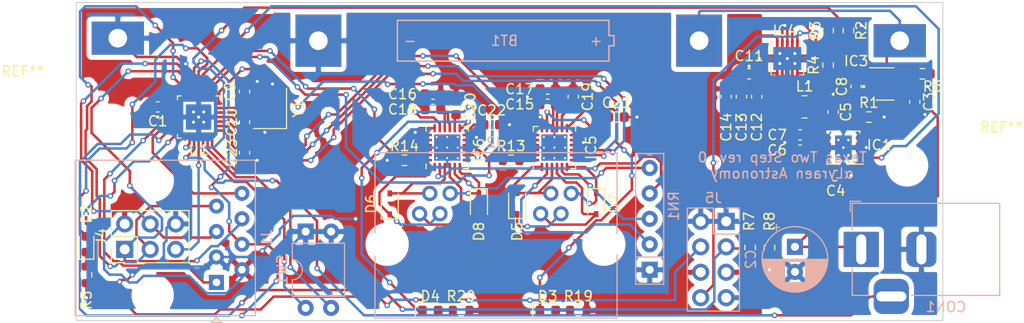
<source format=kicad_pcb>
(kicad_pcb (version 20171130) (host pcbnew 5.1.6)
  (layers (0 F.Cu signal) (31 B.Cu signal) (34 B.Paste user hide) (35 F.Paste user hide) (36 B.SilkS user) (37 F.SilkS user) (38 B.Mask user) (39 F.Mask user) (44 Edge.Cuts user))
  (net 0 "")
  (net 1 GND)
  (net 2 "Net-(BT1-Pad1)")
  (net 3 VCC)
  (net 4 +5V)
  (net 5 "Net-(C6-Pad1)")
  (net 6 /XTAL2)
  (net 7 /XTAL1)
  (net 8 "Net-(C11-Pad1)")
  (net 9 "Net-(C19-Pad2)")
  (net 10 "Net-(C20-Pad2)")
  (net 11 "Net-(C21-Pad1)")
  (net 12 "Net-(C22-Pad1)")
  (net 13 /DC_SENSE)
  (net 14 /POWER_LED)
  (net 15 "Net-(D2-Pad1)")
  (net 16 "Net-(D3-Pad2)")
  (net 17 "Net-(D3-Pad1)")
  (net 18 "Net-(D4-Pad2)")
  (net 19 "Net-(D4-Pad1)")
  (net 20 "Net-(D5-Pad2)")
  (net 21 "Net-(D5-Pad1)")
  (net 22 "Net-(D6-Pad2)")
  (net 23 "Net-(D6-Pad1)")
  (net 24 "Net-(D7-Pad2)")
  (net 25 "Net-(D7-Pad1)")
  (net 26 "Net-(D8-Pad2)")
  (net 27 "Net-(D8-Pad1)")
  (net 28 "Net-(IC1-Pad4)")
  (net 29 /MUX_STAT)
  (net 30 "Net-(IC3-Pad5)")
  (net 31 /CHARGE_STAT)
  (net 32 /SW_POWER)
  (net 33 "Net-(IC4-Pad3)")
  (net 34 "Net-(IC5-Pad24)")
  (net 35 "Net-(IC5-Pad23)")
  (net 36 /RA_PWR)
  (net 37 "Net-(IC5-Pad19)")
  (net 38 /RA_DIR)
  (net 39 /RA_STEP)
  (net 40 "Net-(IC5-Pad7)")
  (net 41 "Net-(IC5-Pad5)")
  (net 42 "Net-(IC5-Pad2)")
  (net 43 "Net-(IC6-Pad24)")
  (net 44 "Net-(IC6-Pad23)")
  (net 45 /DEC_PWR)
  (net 46 "Net-(IC6-Pad19)")
  (net 47 /DEC_DIR)
  (net 48 /DEC_STEP)
  (net 49 "Net-(IC6-Pad7)")
  (net 50 "Net-(IC6-Pad5)")
  (net 51 "Net-(IC6-Pad2)")
  (net 52 /JS_DEC)
  (net 53 /ST4_RA-)
  (net 54 /ST4_DEC-)
  (net 55 /ST4_DEC+)
  (net 56 /ST4_RA+)
  (net 57 /JS_RA)
  (net 58 /RST)
  (net 59 /GUIDE_RATE)
  (net 60 /TRACK_RATE)
  (net 61 /DIP1)
  (net 62 /DIP2)
  (module Capacitor_SMD:C_0603_1608Metric (layer F.Cu) (at 125.222 72.644 270)
    (fp_text reference C23 (at 0 1.27 90) (layer F.SilkS))
    (fp_text value 10µF)
    (pad 2 smd roundrect (at 0.775 0 270) (size 0.9 0.95) (layers F.Cu F.Paste F.Mask) (net 1 GND))
    (pad 1 smd roundrect (at -0.775 0 270) (size 0.9 0.95) (layers F.Cu F.Paste F.Mask) (net 3 VCC))
  )
  (module Resistor_SMD:R_0603_1608Metric (layer F.Cu) (at 146.812 88.392)
    (fp_text reference R20 (at 0 -1.43) (layer F.SilkS))
    (fp_text value 470Ω)
    (pad 2 smd roundrect (at 0.825 0) (size 0.8 0.95) (layers F.Cu F.Paste F.Mask) (net 3 VCC))
    (pad 1 smd roundrect (at -0.825 0) (size 0.8 0.95) (layers F.Cu F.Paste F.Mask) (net 18 "Net-(D4-Pad2)"))
  )
  (module Resistor_SMD:R_0603_1608Metric (layer F.Cu) (at 158.496 88.392)
    (fp_text reference R19 (at 0 -1.43) (layer F.SilkS))
    (fp_text value 470Ω)
    (pad 2 smd roundrect (at 0.825 0) (size 0.8 0.95) (layers F.Cu F.Paste F.Mask) (net 3 VCC))
    (pad 1 smd roundrect (at -0.825 0) (size 0.8 0.95) (layers F.Cu F.Paste F.Mask) (net 16 "Net-(D3-Pad2)"))
  )
  (module Resistor_SMD:R_0603_1608Metric (layer F.Cu) (at 141.161 73.406)
    (fp_text reference R14 (at 0 -1.43) (layer F.SilkS))
    (fp_text value 47KΩ)
    (pad 2 smd roundrect (at 0.825 0) (size 0.8 0.95) (layers F.Cu F.Paste F.Mask) (net 43 "Net-(IC6-Pad24)"))
    (pad 1 smd roundrect (at -0.825 0) (size 0.8 0.95) (layers F.Cu F.Paste F.Mask) (net 1 GND))
  )
  (module Resistor_SMD:R_0603_1608Metric (layer F.Cu) (at 151.7885 73.406)
    (fp_text reference R13 (at 0 -1.43) (layer F.SilkS))
    (fp_text value 47KΩ)
    (pad 2 smd roundrect (at 0.825 0) (size 0.8 0.95) (layers F.Cu F.Paste F.Mask) (net 34 "Net-(IC5-Pad24)"))
    (pad 1 smd roundrect (at -0.825 0) (size 0.8 0.95) (layers F.Cu F.Paste F.Mask) (net 1 GND))
  )
  (module Resistor_SMD:R_0603_1608Metric (layer F.Cu) (at 177.546 82.110099 270)
    (fp_text reference R8 (at -2.608099 0 90) (layer F.SilkS))
    (fp_text value 4.7KΩ)
    (pad 2 smd roundrect (at 0.825 0 270) (size 0.8 0.95) (layers F.Cu F.Paste F.Mask) (net 1 GND))
    (pad 1 smd roundrect (at -0.825 0 270) (size 0.8 0.95) (layers F.Cu F.Paste F.Mask) (net 60 /TRACK_RATE))
  )
  (module Resistor_SMD:R_0603_1608Metric (layer F.Cu) (at 175.617501 82.110099 90)
    (fp_text reference R7 (at 2.608099 -0.103501 90) (layer F.SilkS))
    (fp_text value 4.7KΩ)
    (pad 2 smd roundrect (at 0.825 0 90) (size 0.8 0.95) (layers F.Cu F.Paste F.Mask) (net 60 /TRACK_RATE))
    (pad 1 smd roundrect (at -0.825 0 90) (size 0.8 0.95) (layers F.Cu F.Paste F.Mask) (net 3 VCC))
  )
  (module Resistor_SMD:R_0603_1608Metric (layer F.Cu) (at 192.786 64.77)
    (fp_text reference R6 (at 1.016 1.27) (layer F.SilkS))
    (fp_text value 2Ω)
    (pad 2 smd roundrect (at 0.825 0) (size 0.8 0.95) (layers F.Cu F.Paste F.Mask) (net 1 GND))
    (pad 1 smd roundrect (at -0.825 0) (size 0.8 0.95) (layers F.Cu F.Paste F.Mask) (net 30 "Net-(IC3-Pad5)"))
  )
  (module Resistor_SMD:R_0603_1608Metric (layer F.Cu) (at 109.474 84.836 90)
    (fp_text reference R5 (at -2.54 0 90) (layer F.SilkS))
    (fp_text value 1KΩ)
    (pad 2 smd roundrect (at 0.825 0 90) (size 0.8 0.95) (layers F.Cu F.Paste F.Mask) (net 15 "Net-(D2-Pad1)"))
    (pad 1 smd roundrect (at -0.825 0 90) (size 0.8 0.95) (layers F.Cu F.Paste F.Mask) (net 1 GND))
  )
  (module Resistor_SMD:R_0603_1608Metric (layer F.Cu) (at 183.388 63.9045 90)
    (fp_text reference R4 (at 0 -1.43 90) (layer F.SilkS))
    (fp_text value 4.7KΩ)
    (pad 2 smd roundrect (at 0.825 0 90) (size 0.8 0.95) (layers F.Cu F.Paste F.Mask) (net 32 /SW_POWER))
    (pad 1 smd roundrect (at -0.825 0 90) (size 0.8 0.95) (layers F.Cu F.Paste F.Mask) (net 5 "Net-(C6-Pad1)"))
  )
  (module Resistor_SMD:R_0603_1608Metric (layer F.Cu) (at 185.42 60.452 90)
    (fp_text reference R3 (at 0 -3.302 90) (layer F.SilkS))
    (fp_text value 4.7KΩ)
    (pad 2 smd roundrect (at 0.825 0 90) (size 0.8 0.95) (layers F.Cu F.Paste F.Mask) (net 1 GND))
    (pad 1 smd roundrect (at -0.825 0 90) (size 0.8 0.95) (layers F.Cu F.Paste F.Mask) (net 31 /CHARGE_STAT))
  )
  (module Resistor_SMD:R_0603_1608Metric (layer F.Cu) (at 183.388 60.452 270)
    (fp_text reference R2 (at 0 -3.302 90) (layer F.SilkS))
    (fp_text value 4.7KΩ)
    (pad 2 smd roundrect (at 0.825 0 270) (size 0.8 0.95) (layers F.Cu F.Paste F.Mask) (net 31 /CHARGE_STAT))
    (pad 1 smd roundrect (at -0.825 0 270) (size 0.8 0.95) (layers F.Cu F.Paste F.Mask) (net 3 VCC))
  )
  (module Resistor_SMD:R_0603_1608Metric (layer F.Cu) (at 187.452 69.088)
    (fp_text reference R1 (at 0 -1.43) (layer F.SilkS))
    (fp_text value 470Ω)
    (pad 2 smd roundrect (at 0.825 0) (size 0.8 0.95) (layers F.Cu F.Paste F.Mask) (net 1 GND))
    (pad 1 smd roundrect (at -0.825 0) (size 0.8 0.95) (layers F.Cu F.Paste F.Mask) (net 28 "Net-(IC1-Pad4)"))
  )
  (module Connector_PinHeader_2.54mm:PinHeader_2x03_P2.54mm_Vertical (layer F.Cu) (at 113.284 82.296 90)
    (fp_text reference J4 (at 1.27 -2.33 90) (layer F.SilkS))
    (fp_text value Prog)
    (pad 6 thru_hole oval (at 2.54 5.08 90) (size 1.7 1.7) (drill 1) (layers *.Cu *.Mask) (net 1 GND))
    (pad 5 thru_hole oval (at 0 5.08 90) (size 1.7 1.7) (drill 1) (layers *.Cu *.Mask) (net 58 /RST))
    (pad 4 thru_hole oval (at 2.54 2.54 90) (size 1.7 1.7) (drill 1) (layers *.Cu *.Mask) (net 55 /ST4_DEC+))
    (pad 3 thru_hole oval (at 0 2.54 90) (size 1.7 1.7) (drill 1) (layers *.Cu *.Mask) (net 53 /ST4_RA-))
    (pad 2 thru_hole oval (at 2.54 0 90) (size 1.7 1.7) (drill 1) (layers *.Cu *.Mask) (net 3 VCC))
    (pad 1 thru_hole rect (at 0 0 90) (size 1.7 1.7) (drill 1) (layers *.Cu *.Mask) (net 54 /ST4_DEC-))
  )
  (module Crystal:Crystal_SMD_3225-4Pin_3.2x2.5mm (layer F.Cu) (at 127.762 68.242 90)
    (fp_text reference Y1 (at 0 2.794 90) (layer F.SilkS))
    (fp_text value "16 MHz")
    (pad 4 smd rect (at -1.1 -0.85 90) (size 1.4 1.2) (layers F.Cu F.Paste F.Mask) (net 1 GND))
    (pad 3 smd rect (at 1.1 -0.85 90) (size 1.4 1.2) (layers F.Cu F.Paste F.Mask) (net 6 /XTAL2))
    (pad 2 smd rect (at 1.1 0.85 90) (size 1.4 1.2) (layers F.Cu F.Paste F.Mask) (net 1 GND))
    (pad 1 smd rect (at -1.1 0.85 90) (size 1.4 1.2) (layers F.Cu F.Paste F.Mask) (net 7 /XTAL1))
  )
  (module Inductor_SMD:L_1008_2520Metric (layer F.Cu) (at 181.043 68.072)
    (fp_text reference L1 (at 0 -2.05) (layer F.SilkS))
    (fp_text value 2.2µH)
    (pad 2 smd roundrect (at 1.075 0) (size 1.25 2.2) (layers F.Cu F.Paste F.Mask) (roundrect_rratio 0.2) (net 5 "Net-(C6-Pad1)"))
    (pad 1 smd roundrect (at -1.075 0) (size 1.25 2.2) (layers F.Cu F.Paste F.Mask) (roundrect_rratio 0.2) (net 33 "Net-(IC4-Pad3)"))
  )
  (module MountingHole:MountingHole_3.2mm_M3 (layer F.Cu) (at 191.262 73.914)
    (fp_text reference REF** (at 9.398 -3.81) (layer F.SilkS))
    (fp_text value MountingHole_3.2mm_M3)
    (pad 1 np_thru_hole circle (at 0 0) (size 3.2 3.2) (drill 3.2) (layers *.Cu *.Mask))
  )
  (module MountingHole:MountingHole_3.2mm_M3 (layer F.Cu) (at 112.014 69.85)
    (fp_text reference REF** (at -8.89 -5.334) (layer F.SilkS))
    (fp_text value MountingHole_3.2mm_M3)
    (pad 1 np_thru_hole circle (at 0 0) (size 3.2 3.2) (drill 3.2) (layers *.Cu *.Mask))
  )
  (module Diode_SMD:D_SOD-323 (layer F.Cu) (at 148.59 77.758 270)
    (fp_text reference D8 (at 2.76 0 90) (layer F.SilkS))
    (fp_text value D_TVS)
    (pad 2 smd rect (at 1.05 0 270) (size 0.6 0.45) (layers F.Cu F.Paste F.Mask) (net 26 "Net-(D8-Pad2)"))
    (pad 1 smd rect (at -1.05 0 270) (size 0.6 0.45) (layers F.Cu F.Paste F.Mask) (net 27 "Net-(D8-Pad1)"))
  )
  (module Diode_SMD:D_SOD-323 (layer F.Cu) (at 160.274 77.724 270)
    (fp_text reference D7 (at 0 -1.85 90) (layer F.SilkS))
    (fp_text value D_TVS)
    (pad 2 smd rect (at 1.05 0 270) (size 0.6 0.45) (layers F.Cu F.Paste F.Mask) (net 24 "Net-(D7-Pad2)"))
    (pad 1 smd rect (at -1.05 0 270) (size 0.6 0.45) (layers F.Cu F.Paste F.Mask) (net 25 "Net-(D7-Pad1)"))
  )
  (module Diode_SMD:D_SOD-323 (layer F.Cu) (at 139.7 77.758 90)
    (fp_text reference D6 (at 0 -1.85 90) (layer F.SilkS))
    (fp_text value D_TVS)
    (pad 2 smd rect (at 1.05 0 90) (size 0.6 0.45) (layers F.Cu F.Paste F.Mask) (net 22 "Net-(D6-Pad2)"))
    (pad 1 smd rect (at -1.05 0 90) (size 0.6 0.45) (layers F.Cu F.Paste F.Mask) (net 23 "Net-(D6-Pad1)"))
  )
  (module Diode_SMD:D_SOD-323 (layer F.Cu) (at 152.4 77.724 90)
    (fp_text reference D5 (at -2.794 0 90) (layer F.SilkS))
    (fp_text value D_TVS)
    (pad 2 smd rect (at 1.05 0 90) (size 0.6 0.45) (layers F.Cu F.Paste F.Mask) (net 20 "Net-(D5-Pad2)"))
    (pad 1 smd rect (at -1.05 0 90) (size 0.6 0.45) (layers F.Cu F.Paste F.Mask) (net 21 "Net-(D5-Pad1)"))
  )
  (module LED_SMD:LED_0603_1608Metric (layer F.Cu) (at 143.7385 88.392)
    (fp_text reference D4 (at 0 -1.43) (layer F.SilkS))
    (fp_text value ERR_DEC)
    (pad 2 smd roundrect (at 0.7875 0) (size 0.875 0.95) (layers F.Cu F.Paste F.Mask) (net 18 "Net-(D4-Pad2)"))
    (pad 1 smd roundrect (at -0.7875 0) (size 0.875 0.95) (layers F.Cu F.Paste F.Mask) (net 19 "Net-(D4-Pad1)"))
  )
  (module LED_SMD:LED_0603_1608Metric (layer F.Cu) (at 155.448 88.392)
    (fp_text reference D3 (at 0 -1.43) (layer F.SilkS))
    (fp_text value ERR_RA)
    (pad 2 smd roundrect (at 0.7875 0) (size 0.875 0.95) (layers F.Cu F.Paste F.Mask) (net 16 "Net-(D3-Pad2)"))
    (pad 1 smd roundrect (at -0.7875 0) (size 0.875 0.95) (layers F.Cu F.Paste F.Mask) (net 17 "Net-(D3-Pad1)"))
  )
  (module LED_SMD:LED_0603_1608Metric (layer F.Cu) (at 109.474 81.788 90)
    (fp_text reference D2 (at 3.048 0 90) (layer F.SilkS))
    (fp_text value POWER)
    (pad 2 smd roundrect (at 0.7875 0 90) (size 0.875 0.95) (layers F.Cu F.Paste F.Mask) (net 14 /POWER_LED))
    (pad 1 smd roundrect (at -0.7875 0 90) (size 0.875 0.95) (layers F.Cu F.Paste F.Mask) (net 15 "Net-(D2-Pad1)"))
  )
  (module Capacitor_THT:CP_Radial_D6.3mm_P2.50mm (layer B.Cu) (at 180.086 82.042 270)
    (fp_text reference C2 (at 1.25 4.4 90) (layer B.SilkS) (effects (justify mirror)))
    (fp_text value 47µF)
    (pad 2 thru_hole circle (at 2.5 0 270) (size 1.6 1.6) (drill 0.8) (layers *.Cu *.Mask) (net 1 GND))
    (pad 1 thru_hole rect (at 0 0 270) (size 1.6 1.6) (drill 0.8) (layers *.Cu *.Mask) (net 4 +5V))
  )
  (module Package_DFN_QFN:QFN-28-1EP_4x4mm_P0.45mm_EP2.4x2.4mm (layer F.Cu) (at 120.65 69.088 180)
    (fp_text reference U1 (at 0 -3.3) (layer F.SilkS))
    (fp_text value ATmega328P-MMH)
    (pad 1 smd custom (at -1.95 -1.35 180) (size 0.179289 0.179289) (layers F.Cu F.Paste F.Mask) (net 38 /RA_DIR) (options (clearance outline) (anchor circle)) (primitives (gr_poly (pts (xy -0.3375 -0.0625) (xy 0.274112 -0.0625) (xy 0.3375 0.000888) (xy 0.3375 0.0625) (xy -0.3375 0.0625)) (width 0.125))))
    (pad 2 smd roundrect (at -1.95 -0.9 180) (size 0.8 0.25) (layers F.Cu F.Paste F.Mask) (net 36 /RA_PWR))
    (pad 3 smd roundrect (at -1.95 -0.45 180) (size 0.8 0.25) (layers F.Cu F.Paste F.Mask) (net 3 VCC))
    (pad 4 smd roundrect (at -1.95 0 180) (size 0.8 0.25) (layers F.Cu F.Paste F.Mask) (net 1 GND))
    (pad 5 smd roundrect (at -1.95 0.45 180) (size 0.8 0.25) (layers F.Cu F.Paste F.Mask) (net 7 /XTAL1))
    (pad 6 smd roundrect (at -1.95 0.9 180) (size 0.8 0.25) (layers F.Cu F.Paste F.Mask) (net 6 /XTAL2))
    (pad 7 smd custom (at -1.95 1.35 180) (size 0.179289 0.179289) (layers F.Cu F.Paste F.Mask) (net 48 /DEC_STEP) (options (clearance outline) (anchor circle)) (primitives (gr_poly (pts (xy -0.3375 -0.0625) (xy 0.3375 -0.0625) (xy 0.3375 -0.000888) (xy 0.274112 0.0625) (xy -0.3375 0.0625)) (width 0.125))))
    (pad 8 smd custom (at -1.35 1.95 180) (size 0.179289 0.179289) (layers F.Cu F.Paste F.Mask) (net 47 /DEC_DIR) (options (clearance outline) (anchor circle)) (primitives (gr_poly (pts (xy -0.0625 -0.274112) (xy 0.000888 -0.3375) (xy 0.0625 -0.3375) (xy 0.0625 0.3375) (xy -0.0625 0.3375)) (width 0.125))))
    (pad 9 smd roundrect (at -0.9 1.95 180) (size 0.25 0.8) (layers F.Cu F.Paste F.Mask) (net 45 /DEC_PWR))
    (pad 10 smd roundrect (at -0.45 1.95 180) (size 0.25 0.8) (layers F.Cu F.Paste F.Mask) (net 29 /MUX_STAT))
    (pad 11 smd roundrect (at 0 1.95 180) (size 0.25 0.8) (layers F.Cu F.Paste F.Mask) (net 14 /POWER_LED))
    (pad 12 smd roundrect (at 0.45 1.95 180) (size 0.25 0.8) (layers F.Cu F.Paste F.Mask) (net 56 /ST4_RA+))
    (pad 13 smd roundrect (at 0.9 1.95 180) (size 0.25 0.8) (layers F.Cu F.Paste F.Mask) (net 55 /ST4_DEC+))
    (pad 14 smd custom (at 1.35 1.95 180) (size 0.179289 0.179289) (layers F.Cu F.Paste F.Mask) (net 54 /ST4_DEC-) (options (clearance outline) (anchor circle)) (primitives (gr_poly (pts (xy -0.0625 -0.3375) (xy -0.000888 -0.3375) (xy 0.0625 -0.274112) (xy 0.0625 0.3375) (xy -0.0625 0.3375)) (width 0.125))))
    (pad 15 smd custom (at 1.95 1.35 180) (size 0.179289 0.179289) (layers F.Cu F.Paste F.Mask) (net 53 /ST4_RA-) (options (clearance outline) (anchor circle)) (primitives (gr_poly (pts (xy -0.3375 -0.0625) (xy 0.3375 -0.0625) (xy 0.3375 0.0625) (xy -0.274112 0.0625) (xy -0.3375 -0.000888)) (width 0.125))))
    (pad 16 smd roundrect (at 1.95 0.9 180) (size 0.8 0.25) (layers F.Cu F.Paste F.Mask) (net 3 VCC))
    (pad 17 smd roundrect (at 1.95 0.45 180) (size 0.8 0.25) (layers F.Cu F.Paste F.Mask) (net 3 VCC))
    (pad 18 smd roundrect (at 1.95 0 180) (size 0.8 0.25) (layers F.Cu F.Paste F.Mask) (net 1 GND))
    (pad 19 smd roundrect (at 1.95 -0.45 180) (size 0.8 0.25) (layers F.Cu F.Paste F.Mask) (net 57 /JS_RA))
    (pad 20 smd roundrect (at 1.95 -0.9 180) (size 0.8 0.25) (layers F.Cu F.Paste F.Mask) (net 52 /JS_DEC))
    (pad 21 smd custom (at 1.95 -1.35 180) (size 0.179289 0.179289) (layers F.Cu F.Paste F.Mask) (net 60 /TRACK_RATE) (options (clearance outline) (anchor circle)) (primitives (gr_poly (pts (xy -0.3375 0.000888) (xy -0.274112 -0.0625) (xy 0.3375 -0.0625) (xy 0.3375 0.0625) (xy -0.3375 0.0625)) (width 0.125))))
    (pad 22 smd custom (at 1.35 -1.95 180) (size 0.179289 0.179289) (layers F.Cu F.Paste F.Mask) (net 59 /GUIDE_RATE) (options (clearance outline) (anchor circle)) (primitives (gr_poly (pts (xy -0.0625 -0.3375) (xy 0.0625 -0.3375) (xy 0.0625 0.274112) (xy -0.000888 0.3375) (xy -0.0625 0.3375)) (width 0.125))))
    (pad 23 smd roundrect (at 0.9 -1.95 180) (size 0.25 0.8) (layers F.Cu F.Paste F.Mask) (net 31 /CHARGE_STAT))
    (pad 24 smd roundrect (at 0.45 -1.95 180) (size 0.25 0.8) (layers F.Cu F.Paste F.Mask) (net 13 /DC_SENSE))
    (pad 25 smd roundrect (at 0 -1.95 180) (size 0.25 0.8) (layers F.Cu F.Paste F.Mask) (net 58 /RST))
    (pad 26 smd roundrect (at -0.45 -1.95 180) (size 0.25 0.8) (layers F.Cu F.Paste F.Mask) (net 61 /DIP1))
    (pad 27 smd roundrect (at -0.9 -1.95 180) (size 0.25 0.8) (layers F.Cu F.Paste F.Mask) (net 62 /DIP2))
    (pad 28 smd custom (at -1.35 -1.95 180) (size 0.179289 0.179289) (layers F.Cu F.Paste F.Mask) (net 39 /RA_STEP) (options (clearance outline) (anchor circle)) (primitives (gr_poly (pts (xy -0.0625 -0.3375) (xy 0.0625 -0.3375) (xy 0.0625 0.3375) (xy 0.000888 0.3375) (xy -0.0625 0.274112)) (width 0.125))))
    (pad 29 smd rect (at 0 0 180) (size 2.4 2.4) (layers F.Cu F.Mask) (net 1 GND))
  )
  (module Package_DIP:DIP-4_W7.62mm (layer B.Cu) (at 131.318 80.518 270)
    (fp_text reference SW1 (at 3.81 2.33 90) (layer B.SilkS) (effects (justify mirror)))
    (fp_text value SW_DIP_x02)
    (pad 4 thru_hole oval (at 7.62 0 270) (size 1.6 1.6) (drill 0.8) (layers *.Cu *.Mask) (net 61 /DIP1))
    (pad 2 thru_hole oval (at 0 -2.54 270) (size 1.6 1.6) (drill 0.8) (layers *.Cu *.Mask) (net 1 GND))
    (pad 3 thru_hole oval (at 7.62 -2.54 270) (size 1.6 1.6) (drill 0.8) (layers *.Cu *.Mask) (net 62 /DIP2))
    (pad 1 thru_hole rect (at 0 0 270) (size 1.6 1.6) (drill 0.8) (layers *.Cu *.Mask) (net 1 GND))
  )
  (module Resistor_THT:R_Array_SIP5 (layer B.Cu) (at 165.608 84.328 90)
    (fp_text reference RN1 (at 6.35 2.4 90) (layer B.SilkS) (effects (justify mirror)))
    (fp_text value R_Network04)
    (pad 5 thru_hole oval (at 10.16 0 90) (size 1.6 1.6) (drill 0.8) (layers *.Cu *.Mask) (net 50 "Net-(IC6-Pad5)"))
    (pad 4 thru_hole oval (at 7.62 0 90) (size 1.6 1.6) (drill 0.8) (layers *.Cu *.Mask) (net 51 "Net-(IC6-Pad2)"))
    (pad 3 thru_hole oval (at 5.08 0 90) (size 1.6 1.6) (drill 0.8) (layers *.Cu *.Mask) (net 41 "Net-(IC5-Pad5)"))
    (pad 2 thru_hole oval (at 2.54 0 90) (size 1.6 1.6) (drill 0.8) (layers *.Cu *.Mask) (net 42 "Net-(IC5-Pad2)"))
    (pad 1 thru_hole rect (at 0 0 90) (size 1.6 1.6) (drill 0.8) (layers *.Cu *.Mask) (net 1 GND))
  )
  (module Connector_PinHeader_2.54mm:PinHeader_2x04_P2.54mm_Vertical (layer B.Cu) (at 173.228 79.502 180)
    (fp_text reference J5 (at 1.27 2.33) (layer B.SilkS) (effects (justify mirror)))
    (fp_text value CHASSIS_SWITCHES)
    (pad 8 thru_hole oval (at 2.54 -7.62 180) (size 1.7 1.7) (drill 1) (layers *.Cu *.Mask) (net 32 /SW_POWER))
    (pad 7 thru_hole oval (at 0 -7.62 180) (size 1.7 1.7) (drill 1) (layers *.Cu *.Mask) (net 1 GND))
    (pad 6 thru_hole oval (at 2.54 -5.08 180) (size 1.7 1.7) (drill 1) (layers *.Cu *.Mask) (net 3 VCC))
    (pad 5 thru_hole oval (at 0 -5.08 180) (size 1.7 1.7) (drill 1) (layers *.Cu *.Mask) (net 3 VCC))
    (pad 4 thru_hole oval (at 2.54 -2.54 180) (size 1.7 1.7) (drill 1) (layers *.Cu *.Mask) (net 59 /GUIDE_RATE))
    (pad 3 thru_hole oval (at 0 -2.54 180) (size 1.7 1.7) (drill 1) (layers *.Cu *.Mask) (net 60 /TRACK_RATE))
    (pad 2 thru_hole oval (at 2.54 0 180) (size 1.7 1.7) (drill 1) (layers *.Cu *.Mask) (net 1 GND))
    (pad 1 thru_hole rect (at 0 0 180) (size 1.7 1.7) (drill 1) (layers *.Cu *.Mask) (net 1 GND))
  )
  (module Connector_Multicomp:6P4Cx2 (layer B.Cu) (at 150.1648 84.328 180)
    (fp_text reference J2 (at 0 12.7) (layer B.SilkS) (effects (justify mirror)))
    (fp_text value 6P4Cx2)
    (pad "" np_thru_hole circle (at 10.7188 2.54 180) (size 3.302 3.302) (drill 3.302) (layers *.Cu *.Mask))
    (pad "" np_thru_hole circle (at -10.8712 2.54 180) (size 3.302 3.302) (drill 3.302) (layers *.Cu *.Mask))
    (pad 8 thru_hole circle (at 7.493 5.588 180) (size 1.524 1.524) (drill 0.889) (layers *.Cu *.Mask) (net 26 "Net-(D8-Pad2)"))
    (pad 7 thru_hole circle (at 6.477 7.62 180) (size 1.524 1.524) (drill 0.889) (layers *.Cu *.Mask) (net 22 "Net-(D6-Pad2)"))
    (pad 6 thru_hole circle (at 5.461 5.588 180) (size 1.524 1.524) (drill 0.889) (layers *.Cu *.Mask) (net 23 "Net-(D6-Pad1)"))
    (pad 5 thru_hole circle (at 4.445 7.62 180) (size 1.524 1.524) (drill 0.889) (layers *.Cu *.Mask) (net 27 "Net-(D8-Pad1)"))
    (pad 2 thru_hole circle (at -6.604 5.588 180) (size 1.524 1.524) (drill 0.889) (layers *.Cu *.Mask) (net 21 "Net-(D5-Pad1)"))
    (pad 4 thru_hole circle (at -4.572 5.588 180) (size 1.524 1.524) (drill 0.889) (layers *.Cu *.Mask) (net 24 "Net-(D7-Pad2)"))
    (pad 3 thru_hole circle (at -5.588 7.62 180) (size 1.524 1.524) (drill 0.889) (layers *.Cu *.Mask) (net 20 "Net-(D5-Pad2)"))
    (pad 1 thru_hole circle (at -7.62 7.62 180) (size 1.524 1.524) (drill 0.889) (layers *.Cu *.Mask) (net 25 "Net-(D7-Pad1)"))
  )
  (module Connector_RJ:RJ45_Amphenol_54602-x08_Horizontal (layer B.Cu) (at 122.428 85.598 90)
    (fp_text reference J1 (at 4.445 5 90) (layer B.SilkS) (effects (justify mirror)))
    (fp_text value 8P8C)
    (pad 8 thru_hole circle (at 8.89 2.54 90) (size 1.5 1.5) (drill 0.76) (layers *.Cu *.Mask) (net 52 /JS_DEC))
    (pad 7 thru_hole circle (at 7.62 0 90) (size 1.5 1.5) (drill 0.76) (layers *.Cu *.Mask) (net 53 /ST4_RA-))
    (pad 6 thru_hole circle (at 6.35 2.54 90) (size 1.5 1.5) (drill 0.76) (layers *.Cu *.Mask) (net 54 /ST4_DEC-))
    (pad 5 thru_hole circle (at 5.08 0 90) (size 1.5 1.5) (drill 0.76) (layers *.Cu *.Mask) (net 55 /ST4_DEC+))
    (pad 4 thru_hole circle (at 3.81 2.54 90) (size 1.5 1.5) (drill 0.76) (layers *.Cu *.Mask) (net 56 /ST4_RA+))
    (pad 3 thru_hole circle (at 2.54 0 90) (size 1.5 1.5) (drill 0.76) (layers *.Cu *.Mask) (net 1 GND))
    (pad 2 thru_hole circle (at 1.27 2.54 90) (size 1.5 1.5) (drill 0.76) (layers *.Cu *.Mask) (net 3 VCC))
    (pad 1 thru_hole rect (at 0 0 90) (size 1.5 1.5) (drill 0.76) (layers *.Cu *.Mask) (net 57 /JS_RA))
    (pad "" np_thru_hole circle (at -1.27 -6.35 90) (size 3.2 3.2) (drill 3.2) (layers *.Cu *.Mask))
    (pad "" np_thru_hole circle (at 10.16 -6.35 90) (size 3.2 3.2) (drill 3.2) (layers *.Cu *.Mask))
  )
  (module Package_DFN_QFN:QFN-24-1EP_4x4mm_P0.5mm_EP2.6x2.6mm_ThermalVias (layer F.Cu) (at 145.43 72.136 90)
    (fp_text reference IC6 (at -0.254 3.16 90) (layer F.SilkS))
    (fp_text value DRV8834)
    (pad 25 smd rect (at 0 0 90) (size 2.6 2.6) (layers B.Cu) (net 1 GND))
    (pad 25 thru_hole circle (at 1.05 1.05 90) (size 0.5 0.5) (drill 0.2) (layers *.Cu) (net 1 GND))
    (pad 25 thru_hole circle (at 0 1.05 90) (size 0.5 0.5) (drill 0.2) (layers *.Cu) (net 1 GND))
    (pad 25 thru_hole circle (at -1.05 1.05 90) (size 0.5 0.5) (drill 0.2) (layers *.Cu) (net 1 GND))
    (pad 25 thru_hole circle (at 1.05 0 90) (size 0.5 0.5) (drill 0.2) (layers *.Cu) (net 1 GND))
    (pad 25 thru_hole circle (at 0 0 90) (size 0.5 0.5) (drill 0.2) (layers *.Cu) (net 1 GND))
    (pad 25 thru_hole circle (at -1.05 0 90) (size 0.5 0.5) (drill 0.2) (layers *.Cu) (net 1 GND))
    (pad 25 thru_hole circle (at 1.05 -1.05 90) (size 0.5 0.5) (drill 0.2) (layers *.Cu) (net 1 GND))
    (pad 25 thru_hole circle (at 0 -1.05 90) (size 0.5 0.5) (drill 0.2) (layers *.Cu) (net 1 GND))
    (pad 25 thru_hole circle (at -1.05 -1.05 90) (size 0.5 0.5) (drill 0.2) (layers *.Cu) (net 1 GND))
    (pad 25 smd rect (at 0 0 90) (size 2.6 2.6) (layers F.Cu F.Mask) (net 1 GND))
    (pad 24 smd roundrect (at -1.25 -1.9375 90) (size 0.25 0.825) (layers F.Cu F.Paste F.Mask) (net 43 "Net-(IC6-Pad24)"))
    (pad 23 smd roundrect (at -0.75 -1.9375 90) (size 0.25 0.825) (layers F.Cu F.Paste F.Mask) (net 44 "Net-(IC6-Pad23)"))
    (pad 22 smd roundrect (at -0.25 -1.9375 90) (size 0.25 0.825) (layers F.Cu F.Paste F.Mask) (net 45 /DEC_PWR))
    (pad 21 smd roundrect (at 0.25 -1.9375 90) (size 0.25 0.825) (layers F.Cu F.Paste F.Mask) (net 46 "Net-(IC6-Pad19)"))
    (pad 20 smd roundrect (at 0.75 -1.9375 90) (size 0.25 0.825) (layers F.Cu F.Paste F.Mask) (net 46 "Net-(IC6-Pad19)"))
    (pad 19 smd roundrect (at 1.25 -1.9375 90) (size 0.25 0.825) (layers F.Cu F.Paste F.Mask) (net 46 "Net-(IC6-Pad19)"))
    (pad 18 smd roundrect (at 1.9375 -1.25 90) (size 0.825 0.25) (layers F.Cu F.Paste F.Mask) (net 1 GND))
    (pad 17 smd roundrect (at 1.9375 -0.75 90) (size 0.825 0.25) (layers F.Cu F.Paste F.Mask) (net 12 "Net-(C22-Pad1)"))
    (pad 16 smd roundrect (at 1.9375 -0.25 90) (size 0.825 0.25) (layers F.Cu F.Paste F.Mask) (net 3 VCC))
    (pad 15 smd roundrect (at 1.9375 0.25 90) (size 0.825 0.25) (layers F.Cu F.Paste F.Mask) (net 3 VCC))
    (pad 14 smd roundrect (at 1.9375 0.75 90) (size 0.825 0.25) (layers F.Cu F.Paste F.Mask) (net 10 "Net-(C20-Pad2)"))
    (pad 13 smd roundrect (at 1.9375 1.25 90) (size 0.825 0.25) (layers F.Cu F.Paste F.Mask) (net 19 "Net-(D4-Pad1)"))
    (pad 12 smd roundrect (at 1.25 1.9375 90) (size 0.25 0.825) (layers F.Cu F.Paste F.Mask) (net 12 "Net-(C22-Pad1)"))
    (pad 11 smd roundrect (at 0.75 1.9375 90) (size 0.25 0.825) (layers F.Cu F.Paste F.Mask) (net 1 GND))
    (pad 10 smd roundrect (at 0.25 1.9375 90) (size 0.25 0.825) (layers F.Cu F.Paste F.Mask) (net 1 GND))
    (pad 9 smd roundrect (at -0.25 1.9375 90) (size 0.25 0.825) (layers F.Cu F.Paste F.Mask) (net 47 /DEC_DIR))
    (pad 8 smd roundrect (at -0.75 1.9375 90) (size 0.25 0.825) (layers F.Cu F.Paste F.Mask) (net 48 /DEC_STEP))
    (pad 7 smd roundrect (at -1.25 1.9375 90) (size 0.25 0.825) (layers F.Cu F.Paste F.Mask) (net 49 "Net-(IC6-Pad7)"))
    (pad 6 smd roundrect (at -1.9375 1.25 90) (size 0.825 0.25) (layers F.Cu F.Paste F.Mask) (net 27 "Net-(D8-Pad1)"))
    (pad 5 smd roundrect (at -1.9375 0.75 90) (size 0.825 0.25) (layers F.Cu F.Paste F.Mask) (net 50 "Net-(IC6-Pad5)"))
    (pad 4 smd roundrect (at -1.9375 0.25 90) (size 0.825 0.25) (layers F.Cu F.Paste F.Mask) (net 26 "Net-(D8-Pad2)"))
    (pad 3 smd roundrect (at -1.9375 -0.25 90) (size 0.825 0.25) (layers F.Cu F.Paste F.Mask) (net 22 "Net-(D6-Pad2)"))
    (pad 2 smd roundrect (at -1.9375 -0.75 90) (size 0.825 0.25) (layers F.Cu F.Paste F.Mask) (net 51 "Net-(IC6-Pad2)"))
    (pad 1 smd roundrect (at -1.9375 -1.25 90) (size 0.825 0.25) (layers F.Cu F.Paste F.Mask) (net 23 "Net-(D6-Pad1)"))
  )
  (module Package_DFN_QFN:QFN-24-1EP_4x4mm_P0.5mm_EP2.6x2.6mm_ThermalVias (layer F.Cu) (at 156.1155 72.136 90)
    (fp_text reference IC5 (at 0 3.6505 90) (layer F.SilkS))
    (fp_text value DRV8834)
    (pad 25 smd rect (at 0 0 90) (size 2.6 2.6) (layers B.Cu) (net 1 GND))
    (pad 25 thru_hole circle (at 1.05 1.05 90) (size 0.5 0.5) (drill 0.2) (layers *.Cu) (net 1 GND))
    (pad 25 thru_hole circle (at 0 1.05 90) (size 0.5 0.5) (drill 0.2) (layers *.Cu) (net 1 GND))
    (pad 25 thru_hole circle (at -1.05 1.05 90) (size 0.5 0.5) (drill 0.2) (layers *.Cu) (net 1 GND))
    (pad 25 thru_hole circle (at 1.05 0 90) (size 0.5 0.5) (drill 0.2) (layers *.Cu) (net 1 GND))
    (pad 25 thru_hole circle (at 0 0 90) (size 0.5 0.5) (drill 0.2) (layers *.Cu) (net 1 GND))
    (pad 25 thru_hole circle (at -1.05 0 90) (size 0.5 0.5) (drill 0.2) (layers *.Cu) (net 1 GND))
    (pad 25 thru_hole circle (at 1.05 -1.05 90) (size 0.5 0.5) (drill 0.2) (layers *.Cu) (net 1 GND))
    (pad 25 thru_hole circle (at 0 -1.05 90) (size 0.5 0.5) (drill 0.2) (layers *.Cu) (net 1 GND))
    (pad 25 thru_hole circle (at -1.05 -1.05 90) (size 0.5 0.5) (drill 0.2) (layers *.Cu) (net 1 GND))
    (pad 25 smd rect (at 0 0 90) (size 2.6 2.6) (layers F.Cu F.Mask) (net 1 GND))
    (pad 24 smd roundrect (at -1.25 -1.9375 90) (size 0.25 0.825) (layers F.Cu F.Paste F.Mask) (net 34 "Net-(IC5-Pad24)"))
    (pad 23 smd roundrect (at -0.75 -1.9375 90) (size 0.25 0.825) (layers F.Cu F.Paste F.Mask) (net 35 "Net-(IC5-Pad23)"))
    (pad 22 smd roundrect (at -0.25 -1.9375 90) (size 0.25 0.825) (layers F.Cu F.Paste F.Mask) (net 36 /RA_PWR))
    (pad 21 smd roundrect (at 0.25 -1.9375 90) (size 0.25 0.825) (layers F.Cu F.Paste F.Mask) (net 37 "Net-(IC5-Pad19)"))
    (pad 20 smd roundrect (at 0.75 -1.9375 90) (size 0.25 0.825) (layers F.Cu F.Paste F.Mask) (net 37 "Net-(IC5-Pad19)"))
    (pad 19 smd roundrect (at 1.25 -1.9375 90) (size 0.25 0.825) (layers F.Cu F.Paste F.Mask) (net 37 "Net-(IC5-Pad19)"))
    (pad 18 smd roundrect (at 1.9375 -1.25 90) (size 0.825 0.25) (layers F.Cu F.Paste F.Mask) (net 1 GND))
    (pad 17 smd roundrect (at 1.9375 -0.75 90) (size 0.825 0.25) (layers F.Cu F.Paste F.Mask) (net 11 "Net-(C21-Pad1)"))
    (pad 16 smd roundrect (at 1.9375 -0.25 90) (size 0.825 0.25) (layers F.Cu F.Paste F.Mask) (net 3 VCC))
    (pad 15 smd roundrect (at 1.9375 0.25 90) (size 0.825 0.25) (layers F.Cu F.Paste F.Mask) (net 3 VCC))
    (pad 14 smd roundrect (at 1.9375 0.75 90) (size 0.825 0.25) (layers F.Cu F.Paste F.Mask) (net 9 "Net-(C19-Pad2)"))
    (pad 13 smd roundrect (at 1.9375 1.25 90) (size 0.825 0.25) (layers F.Cu F.Paste F.Mask) (net 17 "Net-(D3-Pad1)"))
    (pad 12 smd roundrect (at 1.25 1.9375 90) (size 0.25 0.825) (layers F.Cu F.Paste F.Mask) (net 11 "Net-(C21-Pad1)"))
    (pad 11 smd roundrect (at 0.75 1.9375 90) (size 0.25 0.825) (layers F.Cu F.Paste F.Mask) (net 1 GND))
    (pad 10 smd roundrect (at 0.25 1.9375 90) (size 0.25 0.825) (layers F.Cu F.Paste F.Mask) (net 1 GND))
    (pad 9 smd roundrect (at -0.25 1.9375 90) (size 0.25 0.825) (layers F.Cu F.Paste F.Mask) (net 38 /RA_DIR))
    (pad 8 smd roundrect (at -0.75 1.9375 90) (size 0.25 0.825) (layers F.Cu F.Paste F.Mask) (net 39 /RA_STEP))
    (pad 7 smd roundrect (at -1.25 1.9375 90) (size 0.25 0.825) (layers F.Cu F.Paste F.Mask) (net 40 "Net-(IC5-Pad7)"))
    (pad 6 smd roundrect (at -1.9375 1.25 90) (size 0.825 0.25) (layers F.Cu F.Paste F.Mask) (net 25 "Net-(D7-Pad1)"))
    (pad 5 smd roundrect (at -1.9375 0.75 90) (size 0.825 0.25) (layers F.Cu F.Paste F.Mask) (net 41 "Net-(IC5-Pad5)"))
    (pad 4 smd roundrect (at -1.9375 0.25 90) (size 0.825 0.25) (layers F.Cu F.Paste F.Mask) (net 24 "Net-(D7-Pad2)"))
    (pad 3 smd roundrect (at -1.9375 -0.25 90) (size 0.825 0.25) (layers F.Cu F.Paste F.Mask) (net 20 "Net-(D5-Pad2)"))
    (pad 2 smd roundrect (at -1.9375 -0.75 90) (size 0.825 0.25) (layers F.Cu F.Paste F.Mask) (net 42 "Net-(IC5-Pad2)"))
    (pad 1 smd roundrect (at -1.9375 -1.25 90) (size 0.825 0.25) (layers F.Cu F.Paste F.Mask) (net 21 "Net-(D5-Pad1)"))
  )
  (module Package_SON:Texas_S-PVSON-N10_ThermalVias (layer F.Cu) (at 179.324 63.246 90)
    (fp_text reference IC4 (at 2.794 -0.254 180) (layer F.SilkS))
    (fp_text value TPS61202)
    (pad 11 smd rect (at 0 0 90) (size 2.3 2.8) (layers B.Cu) (net 1 GND))
    (pad 11 thru_hole circle (at -0.5 0.75 90) (size 0.6 0.6) (drill 0.3) (layers *.Cu *.Mask) (net 1 GND))
    (pad 11 thru_hole circle (at -0.5 -0.75 90) (size 0.6 0.6) (drill 0.3) (layers *.Cu *.Mask) (net 1 GND))
    (pad 11 thru_hole circle (at 0.5 -0.75 90) (size 0.6 0.6) (drill 0.3) (layers *.Cu *.Mask) (net 1 GND))
    (pad 11 thru_hole circle (at 0 0 90) (size 0.6 0.6) (drill 0.3) (layers *.Cu *.Mask) (net 1 GND))
    (pad 11 thru_hole circle (at 0.5 0.75 90) (size 0.6 0.6) (drill 0.3) (layers *.Cu *.Mask) (net 1 GND))
    (pad 10 smd oval (at 1.475 -1 90) (size 0.85 0.28) (layers F.Cu F.Paste F.Mask) (net 3 VCC))
    (pad 9 smd oval (at 1.475 -0.5 90) (size 0.85 0.28) (layers F.Cu F.Paste F.Mask) (net 1 GND))
    (pad 8 smd oval (at 1.475 0 90) (size 0.85 0.28) (layers F.Cu F.Paste F.Mask) (net 1 GND))
    (pad 7 smd rect (at 1.76 0.5 90) (size 0.28 0.28) (layers F.Cu F.Paste F.Mask) (net 5 "Net-(C6-Pad1)"))
    (pad 6 smd rect (at 1.76 1 90) (size 0.28 0.28) (layers F.Cu F.Paste F.Mask) (net 32 /SW_POWER))
    (pad 5 smd oval (at -1.475 1 90) (size 0.85 0.28) (layers F.Cu F.Paste F.Mask) (net 5 "Net-(C6-Pad1)"))
    (pad 4 smd rect (at -1.76 0.5 90) (size 0.28 0.28) (layers F.Cu F.Paste F.Mask) (net 1 GND))
    (pad 3 smd oval (at -1.475 0 90) (size 0.85 0.28) (layers F.Cu F.Paste F.Mask) (net 33 "Net-(IC4-Pad3)"))
    (pad 2 smd rect (at -1.76 -0.5 90) (size 0.28 0.28) (layers F.Cu F.Paste F.Mask) (net 3 VCC))
    (pad 1 smd rect (at -1.76 -1 90) (size 0.28 0.28) (layers F.Cu F.Paste F.Mask) (net 8 "Net-(C11-Pad1)"))
    (pad 11 smd rect (at 0 0 90) (size 1.65 2.4) (layers F.Cu F.Mask) (net 1 GND))
    (pad 11 smd rect (at 0.45 0.635 90) (size 0.68 1.05) (layers F.Cu F.Paste F.Mask) (net 1 GND))
    (pad 11 smd rect (at -0.45 0.635 90) (size 0.68 1.05) (layers F.Cu F.Paste F.Mask) (net 1 GND))
    (pad 11 smd rect (at 0.45 -0.635 90) (size 0.68 1.05) (layers F.Cu F.Paste F.Mask) (net 1 GND))
    (pad 11 smd rect (at 0.25 1.63 90) (size 0.26 0.5) (layers F.Cu F.Paste F.Mask) (net 1 GND))
    (pad 11 smd rect (at -0.25 1.63 90) (size 0.26 0.5) (layers F.Cu F.Paste F.Mask) (net 1 GND))
    (pad 11 smd rect (at 0.25 -1.63 90) (size 0.26 0.5) (layers F.Cu F.Paste F.Mask) (net 1 GND))
    (pad 11 smd rect (at 0.25 1.55 90) (size 0.28 0.7) (layers F.Cu F.Mask) (net 1 GND))
    (pad 11 smd rect (at -0.25 1.55 90) (size 0.28 0.7) (layers F.Cu F.Mask) (net 1 GND))
    (pad 11 smd rect (at 0.25 -1.55 90) (size 0.28 0.7) (layers F.Cu F.Mask) (net 1 GND))
    (pad 11 smd rect (at -0.25 -1.63 90) (size 0.26 0.5) (layers F.Cu F.Paste F.Mask) (net 1 GND))
    (pad 11 smd rect (at -0.25 -1.55 90) (size 0.28 0.7) (layers F.Cu F.Mask) (net 1 GND))
    (pad 11 smd rect (at -0.45 -0.635 90) (size 0.68 1.05) (layers F.Cu F.Paste F.Mask) (net 1 GND))
    (pad 10 smd rect (at 1.76 -1 90) (size 0.28 0.28) (layers F.Cu F.Paste F.Mask) (net 3 VCC))
    (pad 9 smd rect (at 1.76 -0.5 90) (size 0.28 0.28) (layers F.Cu F.Paste F.Mask) (net 1 GND))
    (pad 8 smd rect (at 1.76 0 90) (size 0.28 0.28) (layers F.Cu F.Paste F.Mask) (net 1 GND))
    (pad 7 smd oval (at 1.475 0.5 90) (size 0.85 0.28) (layers F.Cu F.Paste F.Mask) (net 5 "Net-(C6-Pad1)"))
    (pad 6 smd oval (at 1.475 1 90) (size 0.85 0.28) (layers F.Cu F.Paste F.Mask) (net 32 /SW_POWER))
    (pad 5 smd rect (at -1.76 1 90) (size 0.28 0.28) (layers F.Cu F.Paste F.Mask) (net 5 "Net-(C6-Pad1)"))
    (pad 4 smd oval (at -1.475 0.5 90) (size 0.85 0.28) (layers F.Cu F.Paste F.Mask) (net 1 GND))
    (pad 3 smd rect (at -1.76 0 90) (size 0.28 0.28) (layers F.Cu F.Paste F.Mask) (net 33 "Net-(IC4-Pad3)"))
    (pad 2 smd oval (at -1.475 -0.5 90) (size 0.85 0.28) (layers F.Cu F.Paste F.Mask) (net 3 VCC))
    (pad 1 smd oval (at -1.475 -1 90) (size 0.85 0.28) (layers F.Cu F.Paste F.Mask) (net 8 "Net-(C11-Pad1)"))
  )
  (module Package_TO_SOT_SMD:SOT-23-5 (layer F.Cu) (at 189.06 65.786)
    (fp_text reference IC3 (at -2.878 -2.286) (layer F.SilkS))
    (fp_text value MCP73831)
    (pad 5 smd rect (at 1.1 -0.95) (size 1.06 0.65) (layers F.Cu F.Paste F.Mask) (net 30 "Net-(IC3-Pad5)"))
    (pad 4 smd rect (at 1.1 0.95) (size 1.06 0.65) (layers F.Cu F.Paste F.Mask) (net 4 +5V))
    (pad 3 smd rect (at -1.1 0.95) (size 1.06 0.65) (layers F.Cu F.Paste F.Mask) (net 2 "Net-(BT1-Pad1)"))
    (pad 2 smd rect (at -1.1 0) (size 1.06 0.65) (layers F.Cu F.Paste F.Mask) (net 1 GND))
    (pad 1 smd rect (at -1.1 -0.95) (size 1.06 0.65) (layers F.Cu F.Paste F.Mask) (net 31 /CHARGE_STAT))
  )
  (module Package_SON:Texas_S-PVSON-N8_ThermalVias (layer F.Cu) (at 184.912 72.136 180)
    (fp_text reference IC1 (at -3.556 0.254) (layer F.SilkS))
    (fp_text value TPS2113A)
    (pad 8 smd oval (at 1.55 -0.975 180) (size 0.65 0.4) (layers F.Cu F.Paste F.Mask) (net 4 +5V))
    (pad 7 smd oval (at 1.55 -0.325 180) (size 0.65 0.4) (layers F.Cu F.Paste F.Mask) (net 5 "Net-(C6-Pad1)"))
    (pad 6 smd rect (at 1.75 0.325 180) (size 0.3 0.4) (layers F.Cu F.Paste F.Mask) (net 2 "Net-(BT1-Pad1)"))
    (pad 5 smd rect (at 1.75 0.975 180) (size 0.3 0.4) (layers F.Cu F.Paste F.Mask) (net 1 GND))
    (pad 4 smd rect (at -1.75 0.975 180) (size 0.3 0.4) (layers F.Cu F.Paste F.Mask) (net 28 "Net-(IC1-Pad4)"))
    (pad 3 smd oval (at -1.55 0.325 180) (size 0.65 0.4) (layers F.Cu F.Paste F.Mask) (net 1 GND))
    (pad 2 smd rect (at -1.75 -0.325 180) (size 0.3 0.4) (layers F.Cu F.Paste F.Mask) (net 1 GND))
    (pad 1 smd rect (at -1.75 -0.975 180) (size 0.3 0.4) (layers F.Cu F.Paste F.Mask) (net 29 /MUX_STAT))
    (pad 9 smd rect (at 0 0 180) (size 1.65 2.4) (layers F.Cu F.Mask) (net 1 GND))
    (pad 9 smd rect (at 0.45 0.625 180) (size 0.65 1) (layers F.Cu F.Paste F.Mask) (net 1 GND))
    (pad 9 smd rect (at -0.45 0.625 180) (size 0.65 1) (layers F.Cu F.Paste F.Mask) (net 1 GND))
    (pad 9 smd rect (at 0.45 -0.625 180) (size 0.65 1) (layers F.Cu F.Paste F.Mask) (net 1 GND))
    (pad 9 smd rect (at -0.45 -0.625 180) (size 0.65 1) (layers F.Cu F.Paste F.Mask) (net 1 GND))
    (pad 9 thru_hole circle (at 0.5 0.75 180) (size 0.6 0.6) (drill 0.25) (layers *.Cu) (net 1 GND))
    (pad 9 thru_hole circle (at -0.5 0.75 180) (size 0.6 0.6) (drill 0.25) (layers *.Cu) (net 1 GND))
    (pad 9 thru_hole circle (at 0.5 -0.75 180) (size 0.6 0.6) (drill 0.25) (layers *.Cu) (net 1 GND))
    (pad 9 thru_hole circle (at -0.5 -0.75 180) (size 0.6 0.6) (drill 0.25) (layers *.Cu) (net 1 GND))
    (pad 9 thru_hole circle (at 0 0 180) (size 0.6 0.6) (drill 0.25) (layers *.Cu) (net 1 GND))
    (pad 8 smd rect (at 1.75 -0.975 180) (size 0.3 0.4) (layers F.Cu F.Paste F.Mask) (net 4 +5V))
    (pad 7 smd rect (at 1.75 -0.325 180) (size 0.3 0.4) (layers F.Cu F.Paste F.Mask) (net 5 "Net-(C6-Pad1)"))
    (pad 6 smd oval (at 1.55 0.325 180) (size 0.65 0.4) (layers F.Cu F.Paste F.Mask) (net 2 "Net-(BT1-Pad1)"))
    (pad 5 smd oval (at 1.55 0.975 180) (size 0.65 0.4) (layers F.Cu F.Paste F.Mask) (net 1 GND))
    (pad 4 smd oval (at -1.55 0.975 180) (size 0.65 0.4) (layers F.Cu F.Paste F.Mask) (net 28 "Net-(IC1-Pad4)"))
    (pad 3 smd rect (at -1.75 0.325 180) (size 0.3 0.4) (layers F.Cu F.Paste F.Mask) (net 1 GND))
    (pad 2 smd oval (at -1.55 -0.325 180) (size 0.65 0.4) (layers F.Cu F.Paste F.Mask) (net 1 GND))
    (pad 1 smd oval (at -1.55 -0.975 180) (size 0.65 0.4) (layers F.Cu F.Paste F.Mask) (net 29 /MUX_STAT))
    (pad 9 smd rect (at 0 0 180) (size 1.65 2.4) (layers B.Cu) (net 1 GND))
  )
  (module Connector_BarrelJack:BarrelJack_Horizontal (layer B.Cu) (at 186.69 82.296 180)
    (fp_text reference CON1 (at -8.45 -5.75) (layer B.SilkS) (effects (justify mirror)))
    (fp_text value BARREL_JACK)
    (pad 3 thru_hole roundrect (at -3 -4.7 180) (size 3.5 3.5) (drill oval 3 1) (layers *.Cu *.Mask) (net 13 /DC_SENSE))
    (pad 2 thru_hole roundrect (at -6 0 180) (size 3 3.5) (drill oval 1 3) (layers *.Cu *.Mask) (net 1 GND))
    (pad 1 thru_hole rect (at 0 0 180) (size 3.5 3.5) (drill oval 1 3) (layers *.Cu *.Mask) (net 4 +5V))
  )
  (module Capacitor_SMD:C_0603_1608Metric (layer F.Cu) (at 149.86 69.85)
    (fp_text reference C22 (at 0 -1.43) (layer F.SilkS))
    (fp_text value 2.2µF)
    (pad 2 smd roundrect (at 0.775 0) (size 0.9 0.95) (layers F.Cu F.Paste F.Mask) (net 1 GND))
    (pad 1 smd roundrect (at -0.775 0) (size 0.9 0.95) (layers F.Cu F.Paste F.Mask) (net 12 "Net-(C22-Pad1)"))
  )
  (module Capacitor_SMD:C_0603_1608Metric (layer F.Cu) (at 162.293 69.088)
    (fp_text reference C21 (at 0 -1.43) (layer F.SilkS))
    (fp_text value 2.2µF)
    (pad 2 smd roundrect (at 0.775 0) (size 0.9 0.95) (layers F.Cu F.Paste F.Mask) (net 1 GND))
    (pad 1 smd roundrect (at -0.775 0) (size 0.9 0.95) (layers F.Cu F.Paste F.Mask) (net 11 "Net-(C21-Pad1)"))
  )
  (module Capacitor_SMD:C_0603_1608Metric (layer F.Cu) (at 146.304 68.072 270)
    (fp_text reference C20 (at 0 -1.43 90) (layer F.SilkS))
    (fp_text value 10nF)
    (pad 2 smd roundrect (at 0.775 0 270) (size 0.9 0.95) (layers F.Cu F.Paste F.Mask) (net 10 "Net-(C20-Pad2)"))
    (pad 1 smd roundrect (at -0.775 0 270) (size 0.9 0.95) (layers F.Cu F.Paste F.Mask) (net 3 VCC))
  )
  (module Capacitor_SMD:C_0603_1608Metric (layer F.Cu) (at 157.988 67.056 270)
    (fp_text reference C19 (at 0 -1.43 90) (layer F.SilkS))
    (fp_text value 10nF)
    (pad 2 smd roundrect (at 0.775 0 270) (size 0.9 0.95) (layers F.Cu F.Paste F.Mask) (net 9 "Net-(C19-Pad2)"))
    (pad 1 smd roundrect (at -0.775 0 270) (size 0.9 0.95) (layers F.Cu F.Paste F.Mask) (net 3 VCC))
  )
  (module Capacitor_SMD:C_0603_1608Metric (layer F.Cu) (at 144.005 68.326 180)
    (fp_text reference C18 (at 3.035 0) (layer F.SilkS))
    (fp_text value 10µF)
    (pad 2 smd roundrect (at 0.775 0 180) (size 0.9 0.95) (layers F.Cu F.Paste F.Mask) (net 1 GND))
    (pad 1 smd roundrect (at -0.775 0 180) (size 0.9 0.95) (layers F.Cu F.Paste F.Mask) (net 3 VCC))
  )
  (module Capacitor_SMD:C_0603_1608Metric (layer F.Cu) (at 155.448 66.294 180)
    (fp_text reference C17 (at 2.794 0) (layer F.SilkS))
    (fp_text value 10µF)
    (pad 2 smd roundrect (at 0.775 0 180) (size 0.9 0.95) (layers F.Cu F.Paste F.Mask) (net 1 GND))
    (pad 1 smd roundrect (at -0.775 0 180) (size 0.9 0.95) (layers F.Cu F.Paste F.Mask) (net 3 VCC))
  )
  (module Capacitor_SMD:C_0603_1608Metric (layer F.Cu) (at 144.005 66.802 180)
    (fp_text reference C16 (at 3.035 0) (layer F.SilkS))
    (fp_text value 10nF)
    (pad 2 smd roundrect (at 0.775 0 180) (size 0.9 0.95) (layers F.Cu F.Paste F.Mask) (net 1 GND))
    (pad 1 smd roundrect (at -0.775 0 180) (size 0.9 0.95) (layers F.Cu F.Paste F.Mask) (net 3 VCC))
  )
  (module Capacitor_SMD:C_0603_1608Metric (layer F.Cu) (at 155.435 67.818 180)
    (fp_text reference C15 (at 2.781 0) (layer F.SilkS))
    (fp_text value 10nF)
    (pad 2 smd roundrect (at 0.775 0 180) (size 0.9 0.95) (layers F.Cu F.Paste F.Mask) (net 1 GND))
    (pad 1 smd roundrect (at -0.775 0 180) (size 0.9 0.95) (layers F.Cu F.Paste F.Mask) (net 3 VCC))
  )
  (module Capacitor_SMD:C_0603_1608Metric (layer F.Cu) (at 173.228 67.043 270)
    (fp_text reference C14 (at 3.061 0 90) (layer F.SilkS))
    (fp_text value 100nF)
    (pad 2 smd roundrect (at 0.775 0 270) (size 0.9 0.95) (layers F.Cu F.Paste F.Mask) (net 1 GND))
    (pad 1 smd roundrect (at -0.775 0 270) (size 0.9 0.95) (layers F.Cu F.Paste F.Mask) (net 3 VCC))
  )
  (module Capacitor_SMD:C_0603_1608Metric (layer F.Cu) (at 174.752 67.056 270)
    (fp_text reference C13 (at 3.048 0 90) (layer F.SilkS))
    (fp_text value 1µF)
    (pad 2 smd roundrect (at 0.775 0 270) (size 0.9 0.95) (layers F.Cu F.Paste F.Mask) (net 1 GND))
    (pad 1 smd roundrect (at -0.775 0 270) (size 0.9 0.95) (layers F.Cu F.Paste F.Mask) (net 3 VCC))
  )
  (module Capacitor_SMD:C_0603_1608Metric (layer F.Cu) (at 176.276 67.056 270)
    (fp_text reference C12 (at 3.048 0 90) (layer F.SilkS))
    (fp_text value 10µF)
    (pad 2 smd roundrect (at 0.775 0 270) (size 0.9 0.95) (layers F.Cu F.Paste F.Mask) (net 1 GND))
    (pad 1 smd roundrect (at -0.775 0 270) (size 0.9 0.95) (layers F.Cu F.Paste F.Mask) (net 3 VCC))
  )
  (module Capacitor_SMD:C_0603_1608Metric (layer F.Cu) (at 175.514 64.77 180)
    (fp_text reference C11 (at 0 1.778) (layer F.SilkS))
    (fp_text value 100nF)
    (pad 2 smd roundrect (at 0.775 0 180) (size 0.9 0.95) (layers F.Cu F.Paste F.Mask) (net 1 GND))
    (pad 1 smd roundrect (at -0.775 0 180) (size 0.9 0.95) (layers F.Cu F.Paste F.Mask) (net 8 "Net-(C11-Pad1)"))
  )
  (module Capacitor_SMD:C_0603_1608Metric (layer F.Cu) (at 125.222 69.596 270)
    (fp_text reference C10 (at 0 1.27 90) (layer F.SilkS))
    (fp_text value C_Small)
    (pad 2 smd roundrect (at 0.775 0 270) (size 0.9 0.95) (layers F.Cu F.Paste F.Mask) (net 1 GND))
    (pad 1 smd roundrect (at -0.775 0 270) (size 0.9 0.95) (layers F.Cu F.Paste F.Mask) (net 7 /XTAL1))
  )
  (module Capacitor_SMD:C_0603_1608Metric (layer F.Cu) (at 125.222 66.548 90)
    (fp_text reference C9 (at 0 -1.43 90) (layer F.SilkS))
    (fp_text value C_Small)
    (pad 2 smd roundrect (at 0.775 0 90) (size 0.9 0.95) (layers F.Cu F.Paste F.Mask) (net 1 GND))
    (pad 1 smd roundrect (at -0.775 0 90) (size 0.9 0.95) (layers F.Cu F.Paste F.Mask) (net 6 /XTAL2))
  )
  (module Capacitor_SMD:C_0603_1608Metric (layer F.Cu) (at 186.182 66.04 90)
    (fp_text reference C8 (at 0 -1.43 90) (layer F.SilkS))
    (fp_text value 4.7µF)
    (pad 2 smd roundrect (at 0.775 0 90) (size 0.9 0.95) (layers F.Cu F.Paste F.Mask) (net 1 GND))
    (pad 1 smd roundrect (at -0.775 0 90) (size 0.9 0.95) (layers F.Cu F.Paste F.Mask) (net 2 "Net-(BT1-Pad1)"))
  )
  (module Capacitor_SMD:C_0603_1608Metric (layer F.Cu) (at 180.594 70.866 180)
    (fp_text reference C7 (at 2.286 0) (layer F.SilkS))
    (fp_text value 10µF)
    (pad 2 smd roundrect (at 0.775 0 180) (size 0.9 0.95) (layers F.Cu F.Paste F.Mask) (net 1 GND))
    (pad 1 smd roundrect (at -0.775 0 180) (size 0.9 0.95) (layers F.Cu F.Paste F.Mask) (net 5 "Net-(C6-Pad1)"))
  )
  (module Capacitor_SMD:C_0603_1608Metric (layer F.Cu) (at 180.594 72.39 180)
    (fp_text reference C6 (at 2.286 0) (layer F.SilkS))
    (fp_text value 100nF)
    (pad 2 smd roundrect (at 0.775 0 180) (size 0.9 0.95) (layers F.Cu F.Paste F.Mask) (net 1 GND))
    (pad 1 smd roundrect (at -0.775 0 180) (size 0.9 0.95) (layers F.Cu F.Paste F.Mask) (net 5 "Net-(C6-Pad1)"))
  )
  (module Capacitor_SMD:C_0603_1608Metric (layer F.Cu) (at 183.896 68.58 90)
    (fp_text reference C5 (at 0 1.27 90) (layer F.SilkS))
    (fp_text value 1µF)
    (pad 2 smd roundrect (at 0.775 0 90) (size 0.9 0.95) (layers F.Cu F.Paste F.Mask) (net 1 GND))
    (pad 1 smd roundrect (at -0.775 0 90) (size 0.9 0.95) (layers F.Cu F.Paste F.Mask) (net 2 "Net-(BT1-Pad1)"))
  )
  (module Capacitor_SMD:C_0603_1608Metric (layer F.Cu) (at 184.15 74.93)
    (fp_text reference C4 (at 0 1.524) (layer F.SilkS))
    (fp_text value 1µF)
    (pad 2 smd roundrect (at 0.775 0) (size 0.9 0.95) (layers F.Cu F.Paste F.Mask) (net 1 GND))
    (pad 1 smd roundrect (at -0.775 0) (size 0.9 0.95) (layers F.Cu F.Paste F.Mask) (net 4 +5V))
  )
  (module Capacitor_SMD:C_0603_1608Metric (layer F.Cu) (at 192.024 67.564 270)
    (fp_text reference C3 (at 0 -1.43 90) (layer F.SilkS))
    (fp_text value 4.7µF)
    (pad 2 smd roundrect (at 0.775 0 270) (size 0.9 0.95) (layers F.Cu F.Paste F.Mask) (net 1 GND))
    (pad 1 smd roundrect (at -0.775 0 270) (size 0.9 0.95) (layers F.Cu F.Paste F.Mask) (net 4 +5V))
  )
  (module Capacitor_SMD:C_0603_1608Metric (layer F.Cu) (at 116.573 68.072 180)
    (fp_text reference C1 (at 0 -1.43) (layer F.SilkS))
    (fp_text value 10µF)
    (pad 2 smd roundrect (at 0.775 0 180) (size 0.9 0.95) (layers F.Cu F.Paste F.Mask) (net 1 GND))
    (pad 1 smd roundrect (at -0.775 0 180) (size 0.9 0.95) (layers F.Cu F.Paste F.Mask) (net 3 VCC))
  )
  (module Battery:Battery_Clip_21700 (layer B.Cu) (at 151.5618 61.468 180)
    (fp_text reference BT1 (at 0.4318 0) (layer B.SilkS) (effects (justify mirror)))
    (fp_text value "LiIon 18650")
    (pad 2 thru_hole rect (at 38.9636 0.254 180) (size 5.207 3.302) (drill 1.8542) (layers *.Cu *.Mask B.Paste) (net 1 GND))
    (pad 1 thru_hole rect (at -38.9636 0 180) (size 5.207 3.302) (drill 1.8542) (layers *.Cu *.Mask B.Paste) (net 2 "Net-(BT1-Pad1)"))
    (pad 2 thru_hole rect (at 18.9738 0 180) (size 4.572 5.207) (drill 1.8542) (layers *.Cu *.Mask B.Paste) (net 1 GND))
    (pad 1 thru_hole rect (at -18.9738 0 180) (size 4.572 5.207) (drill 1.8542) (layers *.Cu *.Mask B.Paste) (net 2 "Net-(BT1-Pad1)"))
  )
  (gr_text "Texas Two Step rev. 0\nαLyraen Astronomy" (at 178.816 73.914) (layer B.SilkS) (effects (font (size 1 1)) (justify mirror)))
  (gr_text - (at 141.732 61.468) (layer B.SilkS) (effects (font (size 1 1))))
  (gr_text + (at 160.274 61.468) (layer B.SilkS) (effects (font (size 1 1))))
  (gr_line (start 161.544 63.5) (end 140.462 63.5) (layer B.SilkS) (width 0.15))
  (gr_line (start 161.544 61.976) (end 161.544 63.5) (layer B.SilkS) (width 0.15))
  (gr_line (start 162.052 61.976) (end 161.544 61.976) (layer B.SilkS) (width 0.15))
  (gr_line (start 162.052 60.96) (end 162.052 61.976) (layer B.SilkS) (width 0.15))
  (gr_line (start 161.544 60.96) (end 162.052 60.96) (layer B.SilkS) (width 0.15))
  (gr_line (start 161.544 59.436) (end 161.544 60.96) (layer B.SilkS) (width 0.15))
  (gr_line (start 140.462 59.436) (end 161.544 59.436) (layer B.SilkS) (width 0.15))
  (gr_line (start 140.462 63.5) (end 140.462 59.436) (layer B.SilkS) (width 0.15))
  (gr_line (start 136.398 57.658) (end 166.878 57.658) (layer Edge.Cuts) (width 0.1))
  (gr_line (start 108.458 57.658) (end 136.398 57.658) (layer Edge.Cuts) (width 0.1))
  (gr_line (start 194.818 89.408) (end 108.458 89.408) (layer Edge.Cuts) (width 0.1))
  (gr_line (start 194.818 57.658) (end 194.818 89.408) (layer Edge.Cuts) (width 0.1))
  (gr_line (start 166.878 57.658) (end 194.818 57.658) (layer Edge.Cuts) (width 0.1))
  (gr_line (start 108.458 89.408) (end 108.458 57.658) (layer Edge.Cuts) (width 0.1))
  (via (at 112.776 85.547399) (size 0.5588) (drill 0.3048) (layers F.Cu B.Cu) (net 1))
  (segment (start 112.776 86.106) (end 112.776 85.547399) (width 0.25) (layer B.Cu) (net 1))
  (via (at 126.492 65.532) (size 0.5588) (drill 0.3048) (layers F.Cu B.Cu) (net 1))
  (segment (start 126.251 65.773) (end 126.492 65.532) (width 0.25) (layer F.Cu) (net 1))
  (segment (start 125.222 65.773) (end 126.251 65.773) (width 0.25) (layer F.Cu) (net 1))
  (via (at 127.254 70.612) (size 0.5588) (drill 0.3048) (layers F.Cu B.Cu) (net 1))
  (segment (start 126.912 70.27) (end 127.254 70.612) (width 0.25) (layer F.Cu) (net 1))
  (segment (start 126.912 69.342) (end 126.912 70.27) (width 0.25) (layer F.Cu) (net 1))
  (via (at 128.016 65.786) (size 0.5588) (drill 0.3048) (layers F.Cu B.Cu) (net 1))
  (segment (start 128.612 66.382) (end 128.016 65.786) (width 0.25) (layer F.Cu) (net 1))
  (segment (start 128.612 67.142) (end 128.612 66.382) (width 0.25) (layer F.Cu) (net 1))
  (via (at 126.492 73.406) (size 0.5588) (drill 0.3048) (layers F.Cu B.Cu) (net 1))
  (segment (start 126.479 73.419) (end 126.492 73.406) (width 0.25) (layer F.Cu) (net 1))
  (segment (start 125.222 73.419) (end 126.479 73.419) (width 0.25) (layer F.Cu) (net 1))
  (via (at 116.586 69.088) (size 0.5588) (drill 0.3048) (layers F.Cu B.Cu) (net 1))
  (segment (start 118.7 69.088) (end 116.586 69.088) (width 0.25) (layer F.Cu) (net 1))
  (segment (start 115.798 68.3) (end 116.586 69.088) (width 0.25) (layer F.Cu) (net 1))
  (segment (start 115.798 68.072) (end 115.798 68.3) (width 0.25) (layer F.Cu) (net 1))
  (via (at 109.474 87.122) (size 0.5588) (drill 0.3048) (layers F.Cu B.Cu) (net 1))
  (segment (start 109.474 85.661) (end 109.474 87.122) (width 0.25) (layer F.Cu) (net 1))
  (via (at 151.638 69.85) (size 0.5588) (drill 0.3048) (layers F.Cu B.Cu) (net 1))
  (segment (start 150.635 69.85) (end 151.638 69.85) (width 0.25) (layer F.Cu) (net 1))
  (via (at 141.986 67.31) (size 0.5588) (drill 0.3048) (layers F.Cu B.Cu) (net 1))
  (segment (start 143.002 68.326) (end 141.986 67.31) (width 0.25) (layer F.Cu) (net 1))
  (segment (start 143.23 68.326) (end 143.002 68.326) (width 0.25) (layer F.Cu) (net 1))
  (segment (start 142.494 66.802) (end 141.986 67.31) (width 0.25) (layer F.Cu) (net 1))
  (segment (start 143.23 66.802) (end 142.494 66.802) (width 0.25) (layer F.Cu) (net 1))
  (via (at 139.446 73.406) (size 0.5588) (drill 0.3048) (layers F.Cu B.Cu) (net 1))
  (segment (start 140.336 73.406) (end 139.446 73.406) (width 0.25) (layer F.Cu) (net 1))
  (segment (start 147.574 72.136) (end 145.43 72.136) (width 0.25) (layer B.Cu) (net 1))
  (segment (start 145.43 72.136) (end 143.256 72.136) (width 0.25) (layer B.Cu) (net 1))
  (segment (start 145.43 72.136) (end 145.43 74.056) (width 0.25) (layer B.Cu) (net 1))
  (segment (start 145.43 74.056) (end 145.542 73.944) (width 0.25) (layer B.Cu) (net 1))
  (via (at 159.004 71.628) (size 0.5588) (drill 0.3048) (layers F.Cu B.Cu) (net 1))
  (segment (start 158.053 71.386) (end 158.762 71.386) (width 0.25) (layer F.Cu) (net 1))
  (segment (start 158.762 71.386) (end 159.004 71.628) (width 0.25) (layer F.Cu) (net 1))
  (segment (start 158.746 71.886) (end 159.004 71.628) (width 0.25) (layer F.Cu) (net 1))
  (segment (start 158.053 71.886) (end 158.746 71.886) (width 0.25) (layer F.Cu) (net 1))
  (via (at 154.686 69.088) (size 0.5588) (drill 0.3048) (layers F.Cu B.Cu) (net 1))
  (segment (start 154.8655 70.1985) (end 154.8655 69.2675) (width 0.25) (layer F.Cu) (net 1))
  (segment (start 154.8655 69.2675) (end 154.686 69.088) (width 0.25) (layer F.Cu) (net 1))
  (segment (start 176.263 67.818) (end 176.276 67.831) (width 0.25) (layer F.Cu) (net 1))
  (segment (start 173.228 67.818) (end 176.263 67.818) (width 0.25) (layer F.Cu) (net 1))
  (via (at 174.752 69.342) (size 0.5588) (drill 0.3048) (layers F.Cu B.Cu) (net 1))
  (segment (start 174.752 67.831) (end 174.752 69.342) (width 0.25) (layer F.Cu) (net 1))
  (segment (start 178.824 61.771) (end 178.824 60.19) (width 0.25) (layer F.Cu) (net 1))
  (via (at 181.415991 65.554153) (size 0.5588) (drill 0.3048) (layers F.Cu B.Cu) (net 1))
  (segment (start 181.339154 65.63099) (end 181.415991 65.554153) (width 0.25) (layer F.Cu) (net 1))
  (segment (start 180.05899 65.63099) (end 181.339154 65.63099) (width 0.25) (layer F.Cu) (net 1))
  (segment (start 179.824 64.721) (end 179.824 65.396) (width 0.25) (layer F.Cu) (net 1))
  (segment (start 179.824 65.396) (end 180.05899 65.63099) (width 0.25) (layer F.Cu) (net 1))
  (via (at 153.416 67.056) (size 0.5588) (drill 0.3048) (layers F.Cu B.Cu) (net 1))
  (segment (start 154.673 66.294) (end 154.178 66.294) (width 0.25) (layer F.Cu) (net 1))
  (segment (start 154.178 66.294) (end 153.416 67.056) (width 0.25) (layer F.Cu) (net 1))
  (segment (start 154.178 67.818) (end 153.416 67.056) (width 0.25) (layer F.Cu) (net 1))
  (segment (start 154.66 67.818) (end 154.178 67.818) (width 0.25) (layer F.Cu) (net 1))
  (segment (start 185.42 59.627) (end 186.373 59.627) (width 0.25) (layer F.Cu) (net 1))
  (segment (start 193.611 64.77) (end 193.611 65.723) (width 0.25) (layer F.Cu) (net 1))
  (via (at 193.04 68.834) (size 0.5588) (drill 0.3048) (layers F.Cu B.Cu) (net 1))
  (segment (start 192.024 68.339) (end 192.545 68.339) (width 0.25) (layer F.Cu) (net 1))
  (segment (start 192.545 68.339) (end 193.04 68.834) (width 0.25) (layer F.Cu) (net 1))
  (via (at 177.546 84.328) (size 0.5588) (drill 0.3048) (layers F.Cu B.Cu) (net 1))
  (segment (start 177.546 82.935099) (end 177.546 84.328) (width 0.25) (layer F.Cu) (net 1))
  (via (at 186.944 66.04) (size 0.5588) (drill 0.3048) (layers F.Cu B.Cu) (net 1))
  (segment (start 187.96 65.786) (end 187.198 65.786) (width 0.25) (layer F.Cu) (net 1))
  (segment (start 187.198 65.786) (end 186.944 66.04) (width 0.25) (layer F.Cu) (net 1))
  (segment (start 186.182 65.278) (end 186.944 66.04) (width 0.25) (layer F.Cu) (net 1))
  (segment (start 186.182 65.265) (end 186.182 65.278) (width 0.25) (layer F.Cu) (net 1))
  (via (at 188.976 69.088) (size 0.5588) (drill 0.3048) (layers F.Cu B.Cu) (net 1))
  (segment (start 188.277 69.088) (end 188.976 69.088) (width 0.25) (layer F.Cu) (net 1))
  (segment (start 186.662 71.811) (end 186.873 71.811) (width 0.25) (layer F.Cu) (net 1))
  (via (at 187.198 72.136) (size 0.5588) (drill 0.3048) (layers F.Cu B.Cu) (net 1))
  (segment (start 186.873 71.811) (end 187.198 72.136) (width 0.25) (layer F.Cu) (net 1))
  (segment (start 186.873 72.461) (end 187.198 72.136) (width 0.25) (layer F.Cu) (net 1))
  (segment (start 186.462 72.461) (end 186.873 72.461) (width 0.25) (layer F.Cu) (net 1))
  (segment (start 183.896 72.136) (end 184.912 72.136) (width 0.25) (layer B.Cu) (net 1))
  (segment (start 184.912 72.136) (end 184.912 70.358) (width 0.25) (layer B.Cu) (net 1))
  (segment (start 184.912 72.136) (end 184.912 73.914) (width 0.25) (layer B.Cu) (net 1))
  (via (at 185.674 74.93) (size 0.5588) (drill 0.3048) (layers F.Cu B.Cu) (net 1))
  (segment (start 184.925 74.93) (end 185.674 74.93) (width 0.25) (layer F.Cu) (net 1))
  (segment (start 183.362 71.161) (end 183.362 70.638) (width 0.25) (layer F.Cu) (net 1))
  (via (at 183.388 70.612) (size 0.5588) (drill 0.3048) (layers F.Cu B.Cu) (net 1))
  (segment (start 183.362 70.638) (end 183.388 70.612) (width 0.25) (layer F.Cu) (net 1))
  (segment (start 179.083 71.641) (end 179.07 71.628) (width 0.25) (layer F.Cu) (net 1))
  (via (at 179.07 71.628) (size 0.5588) (drill 0.3048) (layers F.Cu B.Cu) (net 1))
  (segment (start 179.819 71.641) (end 179.083 71.641) (width 0.25) (layer F.Cu) (net 1))
  (segment (start 179.819 71.641) (end 179.819 72.39) (width 0.25) (layer F.Cu) (net 1))
  (segment (start 179.819 70.866) (end 179.819 71.641) (width 0.25) (layer F.Cu) (net 1))
  (via (at 183.896 66.802) (size 0.5588) (drill 0.3048) (layers F.Cu B.Cu) (net 1))
  (segment (start 183.896 67.805) (end 183.896 66.802) (width 0.25) (layer F.Cu) (net 1))
  (segment (start 156.1155 70.1985) (end 156.1155 72.136) (width 0.25) (layer B.Cu) (net 1))
  (segment (start 156.1155 72.136) (end 153.924 72.136) (width 0.25) (layer B.Cu) (net 1))
  (via (at 151.13 72.39) (size 0.5588) (drill 0.3048) (layers F.Cu B.Cu) (net 1))
  (segment (start 150.9635 73.406) (end 150.9635 72.5565) (width 0.25) (layer F.Cu) (net 1))
  (segment (start 150.9635 72.5565) (end 151.13 72.39) (width 0.25) (layer F.Cu) (net 1))
  (via (at 148.336 71.12) (size 0.5588) (drill 0.3048) (layers F.Cu B.Cu) (net 1))
  (segment (start 147.7805 71.6755) (end 148.336 71.12) (width 0.25) (layer F.Cu) (net 1))
  (segment (start 147.3675 71.6755) (end 147.7805 71.6755) (width 0.25) (layer F.Cu) (net 1))
  (segment (start 147.3675 71.6755) (end 147.3675 71.886) (width 0.25) (layer F.Cu) (net 1))
  (segment (start 147.3675 71.386) (end 147.3675 71.6755) (width 0.25) (layer F.Cu) (net 1))
  (via (at 164.338 69.088) (size 0.5588) (drill 0.3048) (layers F.Cu B.Cu) (net 1))
  (segment (start 163.068 69.088) (end 164.338 69.088) (width 0.25) (layer F.Cu) (net 1))
  (via (at 120.65 69.088) (size 0.5588) (drill 0.3048) (layers F.Cu B.Cu) (net 1))
  (segment (start 120.65 69.088) (end 120.142 68.58) (width 0.25) (layer B.Cu) (net 1))
  (via (at 120.142 68.58) (size 0.5588) (drill 0.3048) (layers F.Cu B.Cu) (net 1))
  (via (at 121.158 68.58) (size 0.5588) (drill 0.3048) (layers F.Cu B.Cu) (net 1))
  (segment (start 120.65 69.088) (end 121.158 68.58) (width 0.25) (layer F.Cu) (net 1))
  (via (at 121.158 69.596) (size 0.5588) (drill 0.3048) (layers F.Cu B.Cu) (net 1))
  (segment (start 120.65 69.088) (end 121.158 69.596) (width 0.25) (layer F.Cu) (net 1))
  (via (at 120.142 69.596) (size 0.5588) (drill 0.3048) (layers F.Cu B.Cu) (net 1))
  (segment (start 120.65 69.088) (end 120.142 69.596) (width 0.25) (layer F.Cu) (net 1))
  (segment (start 128.778 83.058) (end 131.318 80.518) (width 0.25) (layer B.Cu) (net 1))
  (segment (start 122.428 83.058) (end 128.778 83.058) (width 0.25) (layer B.Cu) (net 1))
  (via (at 186.69 59.944) (size 0.5588) (drill 0.3048) (layers F.Cu B.Cu) (net 1))
  (segment (start 186.373 59.627) (end 186.69 59.944) (width 0.25) (layer F.Cu) (net 1))
  (via (at 175.514 64.008) (size 0.5588) (drill 0.3048) (layers F.Cu B.Cu) (net 1))
  (segment (start 174.739 64.77) (end 174.752 64.77) (width 0.25) (layer F.Cu) (net 1))
  (segment (start 174.752 64.77) (end 175.514 64.008) (width 0.25) (layer F.Cu) (net 1))
  (via (at 179.07 59.944) (size 0.5588) (drill 0.3048) (layers F.Cu B.Cu) (net 1))
  (segment (start 178.824 60.19) (end 179.07 59.944) (width 0.25) (layer F.Cu) (net 1))
  (segment (start 179.324 60.198) (end 179.07 59.944) (width 0.25) (layer F.Cu) (net 1))
  (segment (start 179.324 61.771) (end 179.324 60.198) (width 0.25) (layer F.Cu) (net 1))
  (segment (start 176.784 63.246) (end 179.324 63.246) (width 0.25) (layer B.Cu) (net 1))
  (segment (start 179.324 63.246) (end 179.324 66.294) (width 0.25) (layer B.Cu) (net 1))
  (via (at 124.614371 69.695629) (size 0.5588) (drill 0.3048) (layers F.Cu B.Cu) (net 1))
  (segment (start 125.222 70.303258) (end 124.614371 69.695629) (width 0.25) (layer F.Cu) (net 1))
  (segment (start 125.222 70.371) (end 125.222 70.303258) (width 0.25) (layer F.Cu) (net 1))
  (via (at 193.294 66.04) (size 0.5588) (drill 0.3048) (layers F.Cu B.Cu) (net 1))
  (segment (start 193.611 65.723) (end 193.294 66.04) (width 0.25) (layer F.Cu) (net 1))
  (via (at 176.53 63.246) (size 0.5588) (drill 0.3048) (layers F.Cu B.Cu) (net 1))
  (segment (start 177.774 62.996) (end 176.78 62.996) (width 0.25) (layer F.Cu) (net 1))
  (segment (start 176.78 62.996) (end 176.53 63.246) (width 0.25) (layer F.Cu) (net 1))
  (segment (start 176.78 63.496) (end 176.53 63.246) (width 0.25) (layer F.Cu) (net 1))
  (segment (start 177.774 63.496) (end 176.78 63.496) (width 0.25) (layer F.Cu) (net 1))
  (via (at 181.864 63.246) (size 0.5588) (drill 0.3048) (layers F.Cu B.Cu) (net 1))
  (segment (start 181.614 62.996) (end 181.864 63.246) (width 0.25) (layer F.Cu) (net 1))
  (segment (start 180.874 62.996) (end 181.614 62.996) (width 0.25) (layer F.Cu) (net 1))
  (segment (start 179.324 63.246) (end 181.864 63.246) (width 0.25) (layer B.Cu) (net 1))
  (segment (start 181.864 63.246) (end 182.118 63.246) (width 0.25) (layer B.Cu) (net 1))
  (segment (start 181.614 63.496) (end 181.864 63.246) (width 0.25) (layer F.Cu) (net 1))
  (segment (start 180.954 63.496) (end 181.614 63.496) (width 0.25) (layer F.Cu) (net 1))
  (segment (start 120.65 66.802) (end 120.65 69.088) (width 0.25) (layer B.Cu) (net 1))
  (segment (start 124.006742 69.088) (end 124.614371 69.695629) (width 0.25) (layer F.Cu) (net 1))
  (segment (start 122.6 69.088) (end 124.006742 69.088) (width 0.25) (layer F.Cu) (net 1))
  (segment (start 117.2839 84.0099) (end 121.4761 84.0099) (width 0.25) (layer B.Cu) (net 1))
  (segment (start 117.188999 83.914999) (end 117.2839 84.0099) (width 0.25) (layer B.Cu) (net 1))
  (segment (start 121.4761 84.0099) (end 122.428 83.058) (width 0.25) (layer B.Cu) (net 1))
  (segment (start 117.449011 81.432989) (end 117.188999 81.693001) (width 0.25) (layer B.Cu) (net 1))
  (segment (start 117.449011 80.162989) (end 117.449011 81.432989) (width 0.25) (layer B.Cu) (net 1))
  (segment (start 117.188999 81.693001) (end 117.188999 83.914999) (width 0.25) (layer B.Cu) (net 1))
  (segment (start 117.856 79.756) (end 117.449011 80.162989) (width 0.25) (layer B.Cu) (net 1))
  (segment (start 118.364 79.756) (end 117.856 79.756) (width 0.25) (layer B.Cu) (net 1))
  (segment (start 112.776 85.547399) (end 112.776 85.344) (width 0.25) (layer F.Cu) (net 1))
  (via (at 114.046 84.836) (size 0.5588) (drill 0.3048) (layers F.Cu B.Cu) (net 1))
  (segment (start 112.776 85.344) (end 113.538 85.344) (width 0.25) (layer F.Cu) (net 1))
  (segment (start 113.538 85.344) (end 114.046 84.836) (width 0.25) (layer F.Cu) (net 1))
  (segment (start 114.046 84.836) (end 114.808 84.074) (width 0.25) (layer B.Cu) (net 1))
  (segment (start 114.808 84.074) (end 116.332 84.074) (width 0.25) (layer B.Cu) (net 1))
  (via (at 142.24 70.612) (size 0.5588) (drill 0.3048) (layers F.Cu B.Cu) (net 1))
  (segment (start 144.18 70.1985) (end 142.6535 70.1985) (width 0.25) (layer F.Cu) (net 1))
  (segment (start 142.6535 70.1985) (end 142.24 70.612) (width 0.25) (layer F.Cu) (net 1))
  (segment (start 114.472601 63.088401) (end 118.460401 63.088401) (width 0.25) (layer F.Cu) (net 1))
  (segment (start 112.5982 61.214) (end 114.472601 63.088401) (width 0.25) (layer F.Cu) (net 1))
  (via (at 119.360119 63.773881) (size 0.5588) (drill 0.3048) (layers F.Cu B.Cu) (net 1))
  (segment (start 118.460401 63.088401) (end 119.145881 63.773881) (width 0.25) (layer F.Cu) (net 1))
  (segment (start 119.145881 63.773881) (end 119.360119 63.773881) (width 0.25) (layer F.Cu) (net 1))
  (segment (start 188.74 66.736) (end 189.23 66.246) (width 0.25) (layer F.Cu) (net 2))
  (segment (start 187.96 66.736) (end 188.74 66.736) (width 0.25) (layer F.Cu) (net 2))
  (segment (start 189.23 62.7634) (end 190.5254 61.468) (width 0.25) (layer F.Cu) (net 2))
  (segment (start 189.23 66.246) (end 189.23 62.7634) (width 0.25) (layer F.Cu) (net 2))
  (segment (start 187.881 66.815) (end 187.96 66.736) (width 0.25) (layer F.Cu) (net 2))
  (segment (start 186.182 66.815) (end 187.881 66.815) (width 0.25) (layer F.Cu) (net 2))
  (segment (start 186.182 66.815) (end 186.182 67.564) (width 0.25) (layer F.Cu) (net 2))
  (segment (start 184.391 69.355) (end 183.896 69.355) (width 0.25) (layer F.Cu) (net 2))
  (segment (start 186.182 67.564) (end 184.391 69.355) (width 0.25) (layer F.Cu) (net 2))
  (segment (start 183.421 69.355) (end 182.372 70.404) (width 0.25) (layer F.Cu) (net 2))
  (segment (start 183.896 69.355) (end 183.421 69.355) (width 0.25) (layer F.Cu) (net 2))
  (segment (start 182.762 71.811) (end 183.362 71.811) (width 0.25) (layer F.Cu) (net 2))
  (segment (start 182.372 71.421) (end 182.762 71.811) (width 0.25) (layer F.Cu) (net 2))
  (segment (start 182.372 70.404) (end 182.372 71.421) (width 0.25) (layer F.Cu) (net 2))
  (segment (start 172.156001 59.847599) (end 170.5356 61.468) (width 0.25) (layer B.Cu) (net 2))
  (segment (start 170.5356 58.6145) (end 170.66708 58.48302) (width 0.25) (layer B.Cu) (net 2))
  (segment (start 170.5356 61.468) (end 170.5356 58.6145) (width 0.25) (layer B.Cu) (net 2))
  (segment (start 170.66708 58.48302) (end 189.54702 58.48302) (width 0.25) (layer B.Cu) (net 2))
  (segment (start 190.5254 59.4614) (end 190.5254 61.468) (width 0.25) (layer B.Cu) (net 2))
  (segment (start 189.54702 58.48302) (end 190.5254 59.4614) (width 0.25) (layer B.Cu) (net 2))
  (segment (start 125.222 71.869) (end 125.222 71.628) (width 0.25) (layer F.Cu) (net 3))
  (segment (start 122.6 69.538) (end 123.60199 69.538) (width 0.25) (layer F.Cu) (net 3))
  (segment (start 123.60199 69.538) (end 124.42199 70.358) (width 0.25) (layer F.Cu) (net 3))
  (segment (start 125.222 71.623834) (end 125.222 71.869) (width 0.25) (layer F.Cu) (net 3))
  (segment (start 124.42199 70.823824) (end 125.222 71.623834) (width 0.25) (layer F.Cu) (net 3))
  (segment (start 124.42199 70.358) (end 124.42199 70.823824) (width 0.25) (layer F.Cu) (net 3))
  (segment (start 117.486 68.188) (end 117.348 68.326) (width 0.25) (layer F.Cu) (net 3))
  (segment (start 118.7 68.188) (end 117.486 68.188) (width 0.25) (layer F.Cu) (net 3))
  (segment (start 117.66 68.638) (end 117.348 68.326) (width 0.25) (layer F.Cu) (net 3))
  (segment (start 118.7 68.638) (end 117.66 68.638) (width 0.25) (layer F.Cu) (net 3))
  (segment (start 145.18 68.726) (end 144.78 68.326) (width 0.25) (layer F.Cu) (net 3))
  (segment (start 145.18 70.1985) (end 145.18 68.726) (width 0.25) (layer F.Cu) (net 3))
  (segment (start 145.68 69.786) (end 145.50399 69.60999) (width 0.25) (layer F.Cu) (net 3))
  (segment (start 145.68 70.1985) (end 145.68 69.786) (width 0.25) (layer F.Cu) (net 3))
  (segment (start 145.50399 69.60999) (end 145.50399 68.79599) (width 0.25) (layer F.Cu) (net 3))
  (segment (start 145.034 68.326) (end 144.78 68.326) (width 0.25) (layer F.Cu) (net 3))
  (segment (start 145.50399 68.79599) (end 145.034 68.326) (width 0.25) (layer F.Cu) (net 3))
  (segment (start 156.3655 67.9735) (end 156.21 67.818) (width 0.25) (layer F.Cu) (net 3))
  (segment (start 156.3655 70.1985) (end 156.3655 67.9735) (width 0.25) (layer F.Cu) (net 3))
  (segment (start 155.9905 68.0375) (end 156.21 67.818) (width 0.25) (layer F.Cu) (net 3))
  (segment (start 155.9905 70.0735) (end 155.9905 68.0375) (width 0.25) (layer F.Cu) (net 3))
  (segment (start 155.8655 70.1985) (end 155.9905 70.0735) (width 0.25) (layer F.Cu) (net 3))
  (segment (start 176.276 66.281) (end 178.067 66.281) (width 0.25) (layer F.Cu) (net 3))
  (segment (start 178.824 65.524) (end 178.067 66.281) (width 0.25) (layer F.Cu) (net 3))
  (segment (start 178.824 64.721) (end 178.824 65.524) (width 0.25) (layer F.Cu) (net 3))
  (segment (start 178.324 61.771) (end 178.324 61.23) (width 0.25) (layer F.Cu) (net 3))
  (segment (start 178.324 61.23) (end 178.054 60.96) (width 0.25) (layer F.Cu) (net 3))
  (segment (start 178.054 60.96) (end 176.53 60.96) (width 0.25) (layer F.Cu) (net 3))
  (segment (start 175.617501 82.935099) (end 175.617501 83.970499) (width 0.25) (layer F.Cu) (net 3))
  (segment (start 113.284 79.756) (end 113.03 79.756) (width 0.25) (layer B.Cu) (net 3))
  (segment (start 111.236223 81.549777) (end 111.236223 84.283489) (width 0.25) (layer B.Cu) (net 3))
  (segment (start 113.03 79.756) (end 111.236223 81.549777) (width 0.25) (layer B.Cu) (net 3))
  (via (at 127 82.4536) (size 0.5588) (drill 0.3048) (layers F.Cu B.Cu) (net 3))
  (segment (start 124.968 84.328) (end 126.8424 82.4536) (width 0.25) (layer F.Cu) (net 3))
  (segment (start 126.8424 82.4536) (end 127 82.4536) (width 0.25) (layer F.Cu) (net 3))
  (segment (start 128.74599 80.70761) (end 128.74599 80.29601) (width 0.25) (layer B.Cu) (net 3))
  (segment (start 127 82.4536) (end 128.74599 80.70761) (width 0.25) (layer B.Cu) (net 3))
  (via (at 136.3016 79.248) (size 0.5588) (drill 0.3048) (layers F.Cu B.Cu) (net 3))
  (segment (start 134.253002 79.248) (end 136.3016 79.248) (width 0.25) (layer B.Cu) (net 3))
  (segment (start 133.954978 78.949976) (end 134.253002 79.248) (width 0.25) (layer B.Cu) (net 3))
  (segment (start 128.74599 80.29601) (end 130.092024 78.949976) (width 0.25) (layer B.Cu) (net 3))
  (segment (start 130.092024 78.949976) (end 133.954978 78.949976) (width 0.25) (layer B.Cu) (net 3))
  (segment (start 183.388 59.627) (end 183.197 59.627) (width 0.25) (layer F.Cu) (net 3))
  (segment (start 182.809991 59.239991) (end 176.472009 59.239991) (width 0.25) (layer F.Cu) (net 3))
  (segment (start 183.197 59.627) (end 182.809991 59.239991) (width 0.25) (layer F.Cu) (net 3))
  (segment (start 176.472009 59.239991) (end 176.276 59.436) (width 0.25) (layer F.Cu) (net 3))
  (segment (start 111.236223 84.283489) (end 111.774367 84.821633) (width 0.25) (layer B.Cu) (net 3))
  (segment (start 119.687997 84.942999) (end 121.417999 86.673001) (width 0.25) (layer B.Cu) (net 3))
  (segment (start 115.153999 84.942999) (end 119.687997 84.942999) (width 0.25) (layer B.Cu) (net 3))
  (segment (start 123.438001 86.673001) (end 124.968 85.143002) (width 0.25) (layer B.Cu) (net 3))
  (segment (start 121.417999 86.673001) (end 123.438001 86.673001) (width 0.25) (layer B.Cu) (net 3))
  (segment (start 114.498998 85.598) (end 115.153999 84.942999) (width 0.25) (layer B.Cu) (net 3))
  (segment (start 113.721115 85.598) (end 114.498998 85.598) (width 0.25) (layer B.Cu) (net 3))
  (segment (start 124.968 85.143002) (end 124.968 84.328) (width 0.25) (layer B.Cu) (net 3))
  (segment (start 112.944748 84.821633) (end 113.721115 85.598) (width 0.25) (layer B.Cu) (net 3))
  (segment (start 111.774367 84.821633) (end 112.944748 84.821633) (width 0.25) (layer B.Cu) (net 3))
  (segment (start 190.213 66.789) (end 190.16 66.736) (width 0.25) (layer F.Cu) (net 4))
  (segment (start 192.024 66.789) (end 190.213 66.789) (width 0.25) (layer F.Cu) (net 4))
  (segment (start 186.436 82.042) (end 186.69 82.296) (width 0.25) (layer F.Cu) (net 4))
  (segment (start 180.086 82.042) (end 186.436 82.042) (width 0.25) (layer F.Cu) (net 4))
  (segment (start 194.31 69.075) (end 192.024 66.789) (width 0.25) (layer F.Cu) (net 4))
  (segment (start 194.31 76.962) (end 194.31 69.075) (width 0.25) (layer F.Cu) (net 4))
  (segment (start 192.786 78.486) (end 194.31 76.962) (width 0.25) (layer F.Cu) (net 4))
  (segment (start 183.642 78.486) (end 192.786 78.486) (width 0.25) (layer F.Cu) (net 4))
  (segment (start 183.375 73.124) (end 183.362 73.111) (width 0.25) (layer F.Cu) (net 4))
  (segment (start 183.375 74.93) (end 183.375 73.124) (width 0.25) (layer F.Cu) (net 4))
  (segment (start 183.375 78.753) (end 183.261 78.867) (width 0.25) (layer F.Cu) (net 4))
  (segment (start 183.375 74.93) (end 183.375 78.753) (width 0.25) (layer F.Cu) (net 4))
  (segment (start 180.086 82.042) (end 183.261 78.867) (width 0.25) (layer F.Cu) (net 4))
  (segment (start 183.261 78.867) (end 183.642 78.486) (width 0.25) (layer F.Cu) (net 4))
  (segment (start 181.477352 64.721) (end 182.118 65.361648) (width 0.25) (layer F.Cu) (net 5))
  (segment (start 180.324 64.721) (end 181.477352 64.721) (width 0.25) (layer F.Cu) (net 5))
  (segment (start 181.485852 64.7295) (end 181.477352 64.721) (width 0.25) (layer F.Cu) (net 5))
  (segment (start 183.388 64.7295) (end 181.485852 64.7295) (width 0.25) (layer F.Cu) (net 5))
  (segment (start 181.369 72.39) (end 181.369 70.866) (width 0.25) (layer F.Cu) (net 5))
  (segment (start 181.369 70.866) (end 181.369 70.117) (width 0.25) (layer F.Cu) (net 5))
  (segment (start 181.369 70.117) (end 181.102 69.85) (width 0.25) (layer F.Cu) (net 5))
  (segment (start 181.102 69.85) (end 181.102 67.056) (width 0.25) (layer F.Cu) (net 5))
  (segment (start 181.102 67.056) (end 182.118 66.04) (width 0.25) (layer F.Cu) (net 5))
  (segment (start 182.118 65.361648) (end 182.118 66.04) (width 0.25) (layer F.Cu) (net 5))
  (segment (start 182.118 66.04) (end 182.118 67.056) (width 0.25) (layer F.Cu) (net 5))
  (segment (start 181.549001 64.666351) (end 181.485852 64.7295) (width 0.25) (layer F.Cu) (net 5))
  (segment (start 179.824 61.771) (end 179.824 60.206) (width 0.25) (layer F.Cu) (net 5))
  (segment (start 180.34 59.69) (end 180.848 59.69) (width 0.25) (layer F.Cu) (net 5))
  (segment (start 179.824 60.206) (end 180.34 59.69) (width 0.25) (layer F.Cu) (net 5))
  (segment (start 180.848 59.69) (end 181.549001 60.391001) (width 0.25) (layer F.Cu) (net 5))
  (segment (start 183.291 72.39) (end 183.362 72.461) (width 0.25) (layer F.Cu) (net 5))
  (segment (start 181.369 72.39) (end 183.291 72.39) (width 0.25) (layer F.Cu) (net 5))
  (segment (start 182.468401 63.729951) (end 181.477352 64.721) (width 0.25) (layer F.Cu) (net 5))
  (segment (start 182.468401 62.955887) (end 182.468401 63.729951) (width 0.25) (layer F.Cu) (net 5))
  (segment (start 181.549001 62.036487) (end 182.468401 62.955887) (width 0.25) (layer F.Cu) (net 5))
  (segment (start 181.549001 60.391001) (end 181.549001 62.036487) (width 0.25) (layer F.Cu) (net 5))
  (segment (start 124.357 68.188) (end 125.222 67.323) (width 0.25) (layer F.Cu) (net 6))
  (segment (start 122.6 68.188) (end 124.357 68.188) (width 0.25) (layer F.Cu) (net 6))
  (segment (start 126.731 67.323) (end 126.912 67.142) (width 0.25) (layer F.Cu) (net 6))
  (segment (start 125.222 67.323) (end 126.731 67.323) (width 0.25) (layer F.Cu) (net 6))
  (segment (start 125.039 68.638) (end 125.222 68.821) (width 0.25) (layer F.Cu) (net 7))
  (segment (start 122.6 68.638) (end 125.039 68.638) (width 0.25) (layer F.Cu) (net 7))
  (segment (start 125.726001 68.316999) (end 127.752999 68.316999) (width 0.25) (layer F.Cu) (net 7))
  (segment (start 125.222 68.821) (end 125.726001 68.316999) (width 0.25) (layer F.Cu) (net 7))
  (segment (start 128.612 69.176) (end 128.612 69.342) (width 0.25) (layer F.Cu) (net 7))
  (segment (start 127.752999 68.316999) (end 128.612 69.176) (width 0.25) (layer F.Cu) (net 7))
  (segment (start 176.338 64.721) (end 176.289 64.77) (width 0.25) (layer F.Cu) (net 8))
  (segment (start 178.324 64.721) (end 176.338 64.721) (width 0.25) (layer F.Cu) (net 8))
  (segment (start 156.8655 68.9535) (end 157.988 67.831) (width 0.25) (layer F.Cu) (net 9))
  (segment (start 156.8655 70.1985) (end 156.8655 68.9535) (width 0.25) (layer F.Cu) (net 9))
  (segment (start 146.18 68.971) (end 146.304 68.847) (width 0.25) (layer F.Cu) (net 10))
  (segment (start 146.18 70.1985) (end 146.18 68.971) (width 0.25) (layer F.Cu) (net 10))
  (segment (start 161.093002 69.088) (end 161.518 69.088) (width 0.25) (layer F.Cu) (net 11))
  (segment (start 158.053 70.886) (end 158.36501 70.57399) (width 0.25) (layer F.Cu) (net 11))
  (segment (start 158.36501 70.57399) (end 159.607012 70.57399) (width 0.25) (layer F.Cu) (net 11))
  (via (at 155.3861 68.58) (size 0.5588) (drill 0.3048) (layers F.Cu B.Cu) (net 11))
  (segment (start 155.3655 70.1985) (end 155.3655 68.6006) (width 0.25) (layer F.Cu) (net 11))
  (segment (start 155.3655 68.6006) (end 155.3861 68.58) (width 0.25) (layer F.Cu) (net 11))
  (via (at 159.040376 69.378376) (size 0.5588) (drill 0.3048) (layers F.Cu B.Cu) (net 11))
  (segment (start 155.3861 68.58) (end 156.184476 69.378376) (width 0.25) (layer B.Cu) (net 11))
  (segment (start 156.184476 69.378376) (end 159.040376 69.378376) (width 0.25) (layer B.Cu) (net 11))
  (segment (start 159.794501 70.132501) (end 159.794501 70.386501) (width 0.25) (layer F.Cu) (net 11))
  (segment (start 159.040376 69.378376) (end 159.794501 70.132501) (width 0.25) (layer F.Cu) (net 11))
  (segment (start 159.607012 70.57399) (end 159.794501 70.386501) (width 0.25) (layer F.Cu) (net 11))
  (segment (start 159.794501 70.386501) (end 161.093002 69.088) (width 0.25) (layer F.Cu) (net 11))
  (segment (start 149.085 69.247442) (end 149.085 69.85) (width 0.25) (layer F.Cu) (net 12))
  (segment (start 147.909558 68.072) (end 149.085 69.247442) (width 0.25) (layer F.Cu) (net 12))
  (segment (start 147.3675 70.886) (end 147.3675 70.5645) (width 0.25) (layer F.Cu) (net 12))
  (segment (start 148.082 69.85) (end 149.085 69.85) (width 0.25) (layer F.Cu) (net 12))
  (segment (start 147.3675 70.5645) (end 148.082 69.85) (width 0.25) (layer F.Cu) (net 12))
  (segment (start 147.574 68.072) (end 147.909558 68.072) (width 0.25) (layer F.Cu) (net 12))
  (via (at 147.574 68.072) (size 0.5588) (drill 0.3048) (layers F.Cu B.Cu) (net 12))
  (segment (start 144.68 70.1985) (end 144.68 69.737978) (width 0.25) (layer F.Cu) (net 12))
  (segment (start 142.24 68.588834) (end 142.24 68.58) (width 0.25) (layer F.Cu) (net 12))
  (via (at 142.24 68.58) (size 0.5588) (drill 0.3048) (layers F.Cu B.Cu) (net 12))
  (segment (start 142.777176 69.12601) (end 142.24 68.588834) (width 0.25) (layer F.Cu) (net 12))
  (segment (start 144.068032 69.12601) (end 142.777176 69.12601) (width 0.25) (layer F.Cu) (net 12))
  (segment (start 144.68 69.737978) (end 144.068032 69.12601) (width 0.25) (layer F.Cu) (net 12))
  (segment (start 147.066 68.58) (end 147.574 68.072) (width 0.25) (layer B.Cu) (net 12))
  (segment (start 142.24 68.58) (end 147.066 68.58) (width 0.25) (layer B.Cu) (net 12))
  (segment (start 189.69 86.996) (end 187.578 86.996) (width 0.25) (layer F.Cu) (net 13))
  (via (at 178.054 88.8786) (size 0.5588) (drill 0.3048) (layers F.Cu B.Cu) (net 13))
  (segment (start 187.578 86.996) (end 185.6954 88.8786) (width 0.25) (layer F.Cu) (net 13))
  (segment (start 185.6954 88.8786) (end 178.054 88.8786) (width 0.25) (layer F.Cu) (net 13))
  (segment (start 178.054 88.8786) (end 137.1386 88.8786) (width 0.25) (layer B.Cu) (net 13))
  (segment (start 137.1386 88.8786) (end 132.461 84.201) (width 0.25) (layer B.Cu) (net 13))
  (via (at 128.016 75.438) (size 0.5588) (drill 0.3048) (layers F.Cu B.Cu) (net 13))
  (segment (start 128.423002 75.438) (end 128.016 75.438) (width 0.25) (layer F.Cu) (net 13))
  (segment (start 132.443001 79.457999) (end 128.423002 75.438) (width 0.25) (layer F.Cu) (net 13))
  (segment (start 132.443001 84.183001) (end 132.443001 79.457999) (width 0.25) (layer F.Cu) (net 13))
  (segment (start 132.461 84.201) (end 132.443001 84.183001) (width 0.25) (layer F.Cu) (net 13))
  (via (at 132.461 84.201) (size 0.5588) (drill 0.3048) (layers F.Cu B.Cu) (net 13))
  (via (at 119.38 73.152) (size 0.5588) (drill 0.3048) (layers F.Cu B.Cu) (net 13))
  (segment (start 120.2 72.332) (end 120.2 71.038) (width 0.25) (layer F.Cu) (net 13))
  (segment (start 119.38 73.152) (end 120.2 72.332) (width 0.25) (layer F.Cu) (net 13))
  (segment (start 120.782514 73.152) (end 119.38 73.152) (width 0.25) (layer B.Cu) (net 13))
  (segment (start 121.254401 73.623887) (end 120.782514 73.152) (width 0.25) (layer B.Cu) (net 13))
  (segment (start 121.254401 74.362729) (end 121.254401 73.623887) (width 0.25) (layer B.Cu) (net 13))
  (segment (start 122.53598 75.644308) (end 121.254401 74.362729) (width 0.25) (layer B.Cu) (net 13))
  (segment (start 123.116206 75.644308) (end 122.53598 75.644308) (width 0.25) (layer B.Cu) (net 13))
  (segment (start 123.322514 75.438) (end 123.116206 75.644308) (width 0.25) (layer B.Cu) (net 13))
  (segment (start 128.016 75.438) (end 123.322514 75.438) (width 0.25) (layer B.Cu) (net 13))
  (segment (start 109.474 81.0005) (end 108.833009 80.359509) (width 0.25) (layer F.Cu) (net 14))
  (via (at 114.046 71.628) (size 0.5588) (drill 0.3048) (layers F.Cu B.Cu) (net 14))
  (via (at 114.046 67.818) (size 0.5588) (drill 0.3048) (layers F.Cu B.Cu) (net 14))
  (segment (start 114.046 71.628) (end 114.046 67.818) (width 0.25) (layer F.Cu) (net 14))
  (segment (start 114.046 67.818) (end 116.332 65.532) (width 0.25) (layer B.Cu) (net 14))
  (via (at 119.38 62.23) (size 0.5588) (drill 0.3048) (layers F.Cu B.Cu) (net 14))
  (segment (start 119.029599 61.879599) (end 119.38 62.23) (width 0.25) (layer B.Cu) (net 14))
  (segment (start 117.819887 61.879599) (end 119.029599 61.879599) (width 0.25) (layer B.Cu) (net 14))
  (segment (start 116.332 65.532) (end 116.332 63.367486) (width 0.25) (layer B.Cu) (net 14))
  (segment (start 116.332 63.367486) (end 117.819887 61.879599) (width 0.25) (layer B.Cu) (net 14))
  (segment (start 120.528514 62.23) (end 121.508401 63.209887) (width 0.25) (layer F.Cu) (net 14))
  (segment (start 119.38 62.23) (end 120.528514 62.23) (width 0.25) (layer F.Cu) (net 14))
  (via (at 109.43741 76.454) (size 0.5588) (drill 0.3048) (layers F.Cu B.Cu) (net 14))
  (segment (start 108.833009 77.094991) (end 108.833009 77.058401) (width 0.25) (layer F.Cu) (net 14))
  (segment (start 108.833009 77.058401) (end 109.43741 76.454) (width 0.25) (layer F.Cu) (net 14))
  (segment (start 113.868279 71.628) (end 114.046 71.628) (width 0.25) (layer B.Cu) (net 14))
  (segment (start 109.43741 76.454) (end 109.43741 73.571) (width 0.25) (layer B.Cu) (net 14))
  (segment (start 110.783399 72.225011) (end 113.448989 72.225011) (width 0.25) (layer B.Cu) (net 14))
  (segment (start 113.448989 72.225011) (end 114.046 71.628) (width 0.25) (layer B.Cu) (net 14))
  (segment (start 109.43741 73.571) (end 110.783399 72.225011) (width 0.25) (layer B.Cu) (net 14))
  (segment (start 108.833009 80.359509) (end 108.833009 77.094991) (width 0.25) (layer F.Cu) (net 14))
  (segment (start 108.833009 77.255788) (end 108.833009 77.094991) (width 0.25) (layer F.Cu) (net 14))
  (segment (start 120.65 66.294) (end 120.65 64.516) (width 0.25) (layer F.Cu) (net 14))
  (segment (start 120.65 66.294) (end 120.65 67.138) (width 0.25) (layer F.Cu) (net 14))
  (segment (start 120.65 66.16559) (end 120.65 66.294) (width 0.25) (layer F.Cu) (net 14))
  (segment (start 121.508401 63.790113) (end 121.508401 63.209887) (width 0.25) (layer F.Cu) (net 14))
  (segment (start 121.194113 64.104401) (end 121.508401 63.790113) (width 0.25) (layer F.Cu) (net 14))
  (segment (start 121.061599 64.104401) (end 121.194113 64.104401) (width 0.25) (layer F.Cu) (net 14))
  (segment (start 120.65 64.516) (end 121.061599 64.104401) (width 0.25) (layer F.Cu) (net 14))
  (segment (start 109.474 84.011) (end 109.474 82.5755) (width 0.25) (layer F.Cu) (net 15))
  (segment (start 156.2355 88.392) (end 157.671 88.392) (width 0.25) (layer F.Cu) (net 16))
  (segment (start 154.6605 88.392) (end 154.6605 85.1155) (width 0.25) (layer F.Cu) (net 17))
  (segment (start 163.83 76.328002) (end 163.83 74.93) (width 0.25) (layer F.Cu) (net 17))
  (segment (start 160.285409 79.399001) (end 160.759001 79.399001) (width 0.25) (layer F.Cu) (net 17))
  (via (at 163.83 74.93) (size 0.5588) (drill 0.3048) (layers F.Cu B.Cu) (net 17))
  (segment (start 160.759001 79.399001) (end 163.83 76.328002) (width 0.25) (layer F.Cu) (net 17))
  (segment (start 163.83 74.93) (end 163.83 73.152) (width 0.25) (layer B.Cu) (net 17))
  (via (at 163.068 72.39) (size 0.5588) (drill 0.3048) (layers F.Cu B.Cu) (net 17))
  (segment (start 163.83 73.152) (end 163.068 72.39) (width 0.25) (layer B.Cu) (net 17))
  (segment (start 159.27601 68.28799) (end 157.3655 70.1985) (width 0.25) (layer F.Cu) (net 17))
  (segment (start 161.970824 68.28799) (end 159.27601 68.28799) (width 0.25) (layer F.Cu) (net 17))
  (segment (start 162.293 71.615) (end 162.293 68.610166) (width 0.25) (layer F.Cu) (net 17))
  (segment (start 162.293 68.610166) (end 161.970824 68.28799) (width 0.25) (layer F.Cu) (net 17))
  (segment (start 163.068 72.39) (end 162.293 71.615) (width 0.25) (layer F.Cu) (net 17))
  (segment (start 154.6605 85.1155) (end 154.6605 85.02391) (width 0.25) (layer F.Cu) (net 17))
  (via (at 154.6605 85.1155) (size 0.5588) (drill 0.3048) (layers F.Cu B.Cu) (net 17))
  (segment (start 157.561205 82.123205) (end 160.285409 79.399001) (width 0.25) (layer F.Cu) (net 17))
  (via (at 157.561205 82.123205) (size 0.5588) (drill 0.3048) (layers F.Cu B.Cu) (net 17))
  (segment (start 157.561205 82.214795) (end 157.561205 82.123205) (width 0.25) (layer B.Cu) (net 17))
  (segment (start 154.6605 85.1155) (end 157.561205 82.214795) (width 0.25) (layer B.Cu) (net 17))
  (segment (start 144.526 88.392) (end 145.987 88.392) (width 0.25) (layer F.Cu) (net 18))
  (segment (start 142.951 88.392) (end 142.494 88.392) (width 0.25) (layer F.Cu) (net 19))
  (segment (start 142.494 88.392) (end 139.7 85.598) (width 0.25) (layer F.Cu) (net 19))
  (via (at 136.906 75.184) (size 0.5588) (drill 0.3048) (layers F.Cu B.Cu) (net 19))
  (segment (start 139.7 85.598) (end 136.906 82.804) (width 0.25) (layer B.Cu) (net 19))
  (segment (start 136.906 82.804) (end 136.906 75.184) (width 0.25) (layer B.Cu) (net 19))
  (via (at 138.43 72.644) (size 0.5588) (drill 0.3048) (layers F.Cu B.Cu) (net 19))
  (segment (start 136.906 75.184) (end 136.906 74.168) (width 0.25) (layer F.Cu) (net 19))
  (segment (start 136.906 74.168) (end 138.43 72.644) (width 0.25) (layer F.Cu) (net 19))
  (via (at 147.519476 69.557772) (size 0.5588) (drill 0.3048) (layers F.Cu B.Cu) (net 19))
  (segment (start 146.68 70.1985) (end 146.878748 70.1985) (width 0.25) (layer F.Cu) (net 19))
  (segment (start 146.878748 70.1985) (end 147.519476 69.557772) (width 0.25) (layer F.Cu) (net 19))
  (segment (start 141.516228 69.557772) (end 138.43 72.644) (width 0.25) (layer B.Cu) (net 19))
  (segment (start 147.519476 69.557772) (end 141.516228 69.557772) (width 0.25) (layer B.Cu) (net 19))
  (via (at 139.7 85.598) (size 0.5588) (drill 0.3048) (layers F.Cu B.Cu) (net 19))
  (segment (start 153.725522 76.674) (end 152.4 76.674) (width 0.25) (layer F.Cu) (net 20))
  (segment (start 155.8655 74.0735) (end 155.8655 74.534022) (width 0.25) (layer F.Cu) (net 20))
  (segment (start 155.7188 76.674) (end 155.7528 76.708) (width 0.25) (layer F.Cu) (net 20))
  (segment (start 155.8655 74.0735) (end 155.8655 75.2745) (width 0.25) (layer F.Cu) (net 20))
  (segment (start 154.466 76.674) (end 153.958 76.674) (width 0.25) (layer F.Cu) (net 20))
  (segment (start 155.8655 75.2745) (end 154.466 76.674) (width 0.25) (layer F.Cu) (net 20))
  (segment (start 152.4 76.674) (end 153.958 76.674) (width 0.25) (layer F.Cu) (net 20))
  (segment (start 153.958 76.674) (end 155.7188 76.674) (width 0.25) (layer F.Cu) (net 20))
  (segment (start 151.849999 78.223999) (end 152.4 78.774) (width 0.25) (layer F.Cu) (net 21))
  (segment (start 151.849999 76.113999) (end 151.849999 78.223999) (width 0.25) (layer F.Cu) (net 21))
  (segment (start 153.890498 74.0735) (end 151.849999 76.113999) (width 0.25) (layer F.Cu) (net 21))
  (segment (start 154.8655 74.0735) (end 153.890498 74.0735) (width 0.25) (layer F.Cu) (net 21))
  (segment (start 156.7688 78.74) (end 155.4988 80.01) (width 0.25) (layer B.Cu) (net 21))
  (via (at 153.416 80.01) (size 0.5588) (drill 0.3048) (layers F.Cu B.Cu) (net 21))
  (segment (start 155.4988 80.01) (end 153.416 80.01) (width 0.25) (layer B.Cu) (net 21))
  (segment (start 153.416 80.01) (end 152.654 80.01) (width 0.25) (layer F.Cu) (net 21))
  (segment (start 152.654 80.01) (end 152.4 79.756) (width 0.25) (layer F.Cu) (net 21))
  (segment (start 152.4 79.756) (end 152.4 78.774) (width 0.25) (layer F.Cu) (net 21))
  (segment (start 139.7 76.708) (end 140.97 76.708) (width 0.25) (layer F.Cu) (net 22))
  (segment (start 144.745113 75.692) (end 141.986 75.692) (width 0.25) (layer F.Cu) (net 22))
  (segment (start 145.18 75.257113) (end 144.745113 75.692) (width 0.25) (layer F.Cu) (net 22))
  (segment (start 145.18 74.0735) (end 145.18 75.257113) (width 0.25) (layer F.Cu) (net 22))
  (segment (start 140.97 76.708) (end 141.986 75.692) (width 0.25) (layer F.Cu) (net 22))
  (segment (start 143.6878 76.708) (end 139.7 76.708) (width 0.25) (layer F.Cu) (net 22))
  (segment (start 140.297998 75) (end 138.684 76.613998) (width 0.25) (layer F.Cu) (net 23))
  (segment (start 143.256 75) (end 140.297998 75) (width 0.25) (layer F.Cu) (net 23))
  (segment (start 144.18 74.076) (end 143.256 75) (width 0.25) (layer F.Cu) (net 23))
  (segment (start 144.18 74.0735) (end 144.18 74.076) (width 0.25) (layer F.Cu) (net 23))
  (segment (start 138.684 77.792) (end 139.7 78.808) (width 0.25) (layer F.Cu) (net 23))
  (segment (start 138.684 76.613998) (end 138.684 77.792) (width 0.25) (layer F.Cu) (net 23))
  (segment (start 140.787001 79.827001) (end 140.462 79.502) (width 0.25) (layer B.Cu) (net 23))
  (segment (start 144.7038 78.74) (end 143.616799 79.827001) (width 0.25) (layer B.Cu) (net 23))
  (segment (start 143.616799 79.827001) (end 140.787001 79.827001) (width 0.25) (layer B.Cu) (net 23))
  (segment (start 140.394 79.502) (end 139.7 78.808) (width 0.25) (layer F.Cu) (net 23))
  (segment (start 140.462 79.502) (end 140.394 79.502) (width 0.25) (layer F.Cu) (net 23))
  (via (at 140.394 79.502) (size 0.5588) (drill 0.3048) (layers F.Cu B.Cu) (net 23))
  (segment (start 158.306561 75.620999) (end 158.871801 76.186239) (width 0.25) (layer F.Cu) (net 24))
  (segment (start 157.263039 75.620999) (end 158.306561 75.620999) (width 0.25) (layer F.Cu) (net 24))
  (segment (start 156.3655 74.0735) (end 156.3655 74.72346) (width 0.25) (layer F.Cu) (net 24))
  (segment (start 156.3655 74.72346) (end 157.263039 75.620999) (width 0.25) (layer F.Cu) (net 24))
  (segment (start 158.871801 76.186239) (end 158.871801 78.607801) (width 0.25) (layer F.Cu) (net 24))
  (segment (start 159.038 78.774) (end 160.274 78.774) (width 0.25) (layer F.Cu) (net 24))
  (segment (start 158.871801 78.607801) (end 159.038 78.774) (width 0.25) (layer F.Cu) (net 24))
  (segment (start 155.823801 79.827001) (end 154.7368 78.74) (width 0.25) (layer F.Cu) (net 24))
  (segment (start 159.220999 79.827001) (end 155.823801 79.827001) (width 0.25) (layer F.Cu) (net 24))
  (segment (start 160.274 78.774) (end 159.220999 79.827001) (width 0.25) (layer F.Cu) (net 24))
  (segment (start 157.3655 74.0735) (end 159.1635 74.0735) (width 0.25) (layer F.Cu) (net 25))
  (segment (start 160.274 75.184) (end 160.274 76.674) (width 0.25) (layer F.Cu) (net 25))
  (segment (start 159.1635 74.0735) (end 160.274 75.184) (width 0.25) (layer F.Cu) (net 25))
  (via (at 159.596801 77.724) (size 0.5588) (drill 0.3048) (layers F.Cu B.Cu) (net 25))
  (segment (start 157.7848 76.708) (end 158.580801 76.708) (width 0.25) (layer B.Cu) (net 25))
  (segment (start 158.580801 76.708) (end 159.596801 77.724) (width 0.25) (layer B.Cu) (net 25))
  (segment (start 159.596801 77.724) (end 160.02 77.724) (width 0.25) (layer F.Cu) (net 25))
  (segment (start 160.274 77.47) (end 160.274 76.674) (width 0.25) (layer F.Cu) (net 25))
  (segment (start 160.02 77.724) (end 160.274 77.47) (width 0.25) (layer F.Cu) (net 25))
  (segment (start 147.388 78.808) (end 148.59 78.808) (width 0.25) (layer F.Cu) (net 26))
  (segment (start 146.812 78.232) (end 147.388 78.808) (width 0.25) (layer F.Cu) (net 26))
  (segment (start 146.368999 79.827001) (end 147.388 78.808) (width 0.25) (layer F.Cu) (net 26))
  (segment (start 143.758801 79.827001) (end 146.368999 79.827001) (width 0.25) (layer F.Cu) (net 26))
  (segment (start 142.6718 78.74) (end 143.758801 79.827001) (width 0.25) (layer F.Cu) (net 26))
  (segment (start 146.812 76.191438) (end 146.812 78.232) (width 0.25) (layer F.Cu) (net 26))
  (segment (start 145.68 75.059438) (end 146.812 76.191438) (width 0.25) (layer F.Cu) (net 26))
  (segment (start 145.68 74.0735) (end 145.68 75.059438) (width 0.25) (layer F.Cu) (net 26))
  (segment (start 146.7175 74.0735) (end 146.68 74.0735) (width 0.25) (layer F.Cu) (net 27))
  (via (at 147.537 76.708) (size 0.5588) (drill 0.3048) (layers F.Cu B.Cu) (net 27))
  (segment (start 145.7198 76.708) (end 147.537 76.708) (width 0.25) (layer B.Cu) (net 27))
  (segment (start 147.537 76.708) (end 148.59 76.708) (width 0.25) (layer F.Cu) (net 27))
  (segment (start 146.902002 74.766002) (end 146.68 74.544) (width 0.25) (layer F.Cu) (net 27))
  (segment (start 147.721004 74.766002) (end 146.902002 74.766002) (width 0.25) (layer F.Cu) (net 27))
  (segment (start 146.68 74.544) (end 146.68 74.0735) (width 0.25) (layer F.Cu) (net 27))
  (segment (start 148.59 75.634998) (end 147.721004 74.766002) (width 0.25) (layer F.Cu) (net 27))
  (segment (start 148.59 76.708) (end 148.59 75.634998) (width 0.25) (layer F.Cu) (net 27))
  (segment (start 186.627 70.996) (end 186.462 71.161) (width 0.25) (layer F.Cu) (net 28))
  (segment (start 186.627 69.088) (end 186.627 70.996) (width 0.25) (layer F.Cu) (net 28))
  (segment (start 125.476 60.458924) (end 125.476 60.452) (width 0.25) (layer F.Cu) (net 29))
  (segment (start 121.1 67.138) (end 121.1 64.834924) (width 0.25) (layer F.Cu) (net 29))
  (via (at 125.476 60.452) (size 0.5588) (drill 0.3048) (layers F.Cu B.Cu) (net 29))
  (segment (start 121.1 64.834924) (end 125.476 60.458924) (width 0.25) (layer F.Cu) (net 29))
  (via (at 188.722 73.152) (size 0.5588) (drill 0.3048) (layers F.Cu B.Cu) (net 29))
  (segment (start 186.503 73.152) (end 186.462 73.111) (width 0.25) (layer F.Cu) (net 29))
  (segment (start 188.722 73.152) (end 186.503 73.152) (width 0.25) (layer F.Cu) (net 29))
  (segment (start 127.89499 58.03301) (end 125.476 60.452) (width 0.25) (layer B.Cu) (net 29))
  (segment (start 189.885001 71.988999) (end 191.155001 71.988999) (width 0.25) (layer B.Cu) (net 29))
  (segment (start 191.155001 71.988999) (end 194.406401 68.737599) (width 0.25) (layer B.Cu) (net 29))
  (segment (start 188.722 73.152) (end 189.885001 71.988999) (width 0.25) (layer B.Cu) (net 29))
  (segment (start 194.406401 68.737599) (end 194.406401 60.294401) (width 0.25) (layer B.Cu) (net 29))
  (segment (start 192.14501 58.03301) (end 127.89499 58.03301) (width 0.25) (layer B.Cu) (net 29))
  (segment (start 194.406401 60.294401) (end 192.14501 58.03301) (width 0.25) (layer B.Cu) (net 29))
  (segment (start 191.895 64.836) (end 191.961 64.77) (width 0.25) (layer F.Cu) (net 30))
  (segment (start 190.16 64.836) (end 191.895 64.836) (width 0.25) (layer F.Cu) (net 30))
  (segment (start 184.467 61.277) (end 184.467 62.293) (width 0.25) (layer F.Cu) (net 31))
  (segment (start 184.467 61.277) (end 185.42 61.277) (width 0.25) (layer F.Cu) (net 31))
  (segment (start 183.388 61.277) (end 184.467 61.277) (width 0.25) (layer F.Cu) (net 31))
  (segment (start 187.01 64.836) (end 187.96 64.836) (width 0.25) (layer F.Cu) (net 31))
  (segment (start 184.467 62.293) (end 187.01 64.836) (width 0.25) (layer F.Cu) (net 31))
  (via (at 119.38 72.136) (size 0.5588) (drill 0.3048) (layers F.Cu B.Cu) (net 31))
  (segment (start 119.75 71.038) (end 119.75 71.766) (width 0.25) (layer F.Cu) (net 31))
  (segment (start 119.75 71.766) (end 119.38 72.136) (width 0.25) (layer F.Cu) (net 31))
  (segment (start 119.38 72.136) (end 122.174 72.136) (width 0.25) (layer B.Cu) (net 31))
  (segment (start 122.174 72.136) (end 123.17896 71.13104) (width 0.25) (layer B.Cu) (net 31))
  (segment (start 123.17896 71.13104) (end 123.17896 65.64937) (width 0.25) (layer B.Cu) (net 31))
  (segment (start 123.17896 65.64937) (end 121.79159 64.262) (width 0.25) (layer B.Cu) (net 31))
  (segment (start 120.771486 64.262) (end 120.142 63.632514) (width 0.25) (layer B.Cu) (net 31))
  (segment (start 121.79159 64.262) (end 120.771486 64.262) (width 0.25) (layer B.Cu) (net 31))
  (via (at 122.936 60.452) (size 0.5588) (drill 0.3048) (layers F.Cu B.Cu) (net 31))
  (segment (start 120.142 63.632514) (end 120.142 63.246) (width 0.25) (layer B.Cu) (net 31))
  (segment (start 120.142 63.246) (end 122.936 60.452) (width 0.25) (layer B.Cu) (net 31))
  (segment (start 183.388 58.166) (end 184.467 59.245) (width 0.25) (layer F.Cu) (net 31))
  (segment (start 184.467 59.245) (end 184.467 61.277) (width 0.25) (layer F.Cu) (net 31))
  (segment (start 125.222 58.166) (end 183.388 58.166) (width 0.25) (layer F.Cu) (net 31))
  (segment (start 122.936 60.452) (end 125.222 58.166) (width 0.25) (layer F.Cu) (net 31))
  (segment (start 183.388 63.0795) (end 183.388 62.992) (width 0.25) (layer F.Cu) (net 32))
  (segment (start 183.388 62.992) (end 182.167 61.771) (width 0.25) (layer F.Cu) (net 32))
  (segment (start 182.167 61.771) (end 182.167 60.719599) (width 0.25) (layer F.Cu) (net 32))
  (via (at 182.153401 60.706) (size 0.5588) (drill 0.3048) (layers F.Cu B.Cu) (net 32))
  (segment (start 182.167 60.719599) (end 182.153401 60.706) (width 0.25) (layer F.Cu) (net 32))
  (via (at 180.594 60.706) (size 0.5588) (drill 0.3048) (layers F.Cu B.Cu) (net 32))
  (segment (start 182.153401 60.706) (end 180.594 60.706) (width 0.25) (layer B.Cu) (net 32))
  (segment (start 180.324 60.976) (end 180.324 61.771) (width 0.25) (layer F.Cu) (net 32))
  (segment (start 180.594 60.706) (end 180.324 60.976) (width 0.25) (layer F.Cu) (net 32))
  (via (at 171.958 73.66) (size 0.5588) (drill 0.3048) (layers F.Cu B.Cu) (net 32))
  (segment (start 170.688 87.122) (end 171.958 85.852) (width 0.25) (layer F.Cu) (net 32))
  (segment (start 171.958 85.852) (end 171.958 73.66) (width 0.25) (layer F.Cu) (net 32))
  (segment (start 180.243599 61.056401) (end 180.594 60.706) (width 0.25) (layer B.Cu) (net 32))
  (segment (start 176.301085 61.056401) (end 180.243599 61.056401) (width 0.25) (layer B.Cu) (net 32))
  (segment (start 171.958 65.399486) (end 176.301085 61.056401) (width 0.25) (layer B.Cu) (net 32))
  (segment (start 171.958 73.66) (end 171.958 65.399486) (width 0.25) (layer B.Cu) (net 32))
  (segment (start 179.324 66.412) (end 179.968 67.056) (width 0.25) (layer F.Cu) (net 33))
  (segment (start 179.324 64.721) (end 179.324 66.412) (width 0.25) (layer F.Cu) (net 33))
  (segment (start 154.158 73.406) (end 154.178 73.386) (width 0.25) (layer F.Cu) (net 34))
  (segment (start 152.6135 73.406) (end 154.158 73.406) (width 0.25) (layer F.Cu) (net 34))
  (segment (start 123.97198 70.63198) (end 123.97198 71.871814) (width 0.25) (layer F.Cu) (net 36))
  (segment (start 123.97198 71.871814) (end 124.744166 72.644) (width 0.25) (layer F.Cu) (net 36))
  (segment (start 131.318 71.12) (end 131.445 70.993) (width 0.25) (layer F.Cu) (net 36))
  (segment (start 131.318 71.882) (end 131.318 71.12) (width 0.25) (layer F.Cu) (net 36))
  (segment (start 122.6 69.988) (end 123.328 69.988) (width 0.25) (layer F.Cu) (net 36))
  (segment (start 124.744166 72.644) (end 130.556 72.644) (width 0.25) (layer F.Cu) (net 36))
  (segment (start 130.556 72.644) (end 131.318 71.882) (width 0.25) (layer F.Cu) (net 36))
  (segment (start 123.328 69.988) (end 123.97198 70.63198) (width 0.25) (layer F.Cu) (net 36))
  (via (at 131.445 70.993) (size 0.5588) (drill 0.3048) (layers F.Cu B.Cu) (net 36))
  (via (at 133.604 68.834) (size 0.5588) (drill 0.3048) (layers F.Cu B.Cu) (net 36))
  (segment (start 131.445 70.993) (end 133.604 68.834) (width 0.25) (layer B.Cu) (net 36))
  (segment (start 153.158 72.386) (end 154.178 72.386) (width 0.25) (layer F.Cu) (net 36))
  (segment (start 152.4 71.628) (end 153.158 72.386) (width 0.25) (layer F.Cu) (net 36))
  (segment (start 133.604 68.834) (end 134.366 68.834) (width 0.25) (layer F.Cu) (net 36))
  (segment (start 134.366 68.834) (end 140.208 62.992) (width 0.25) (layer F.Cu) (net 36))
  (segment (start 152.4 69.088) (end 152.4 71.628) (width 0.25) (layer F.Cu) (net 36))
  (segment (start 140.208 62.992) (end 143.002 62.992) (width 0.25) (layer F.Cu) (net 36))
  (segment (start 146.304 62.992) (end 152.4 69.088) (width 0.25) (layer F.Cu) (net 36))
  (via (at 146.304 62.992) (size 0.5588) (drill 0.3048) (layers F.Cu B.Cu) (net 36))
  (via (at 143.002 62.992) (size 0.5588) (drill 0.3048) (layers F.Cu B.Cu) (net 36))
  (segment (start 143.002 62.992) (end 146.304 62.992) (width 0.25) (layer B.Cu) (net 36))
  (segment (start 154.178 71.886) (end 154.178 70.886) (width 0.25) (layer F.Cu) (net 37))
  (segment (start 122.6 70.438) (end 123.14159 70.438) (width 0.25) (layer F.Cu) (net 38))
  (segment (start 123.52197 70.81838) (end 123.521971 72.058215) (width 0.25) (layer F.Cu) (net 38))
  (segment (start 123.14159 70.438) (end 123.52197 70.81838) (width 0.25) (layer F.Cu) (net 38))
  (segment (start 123.521971 72.058215) (end 124.425961 72.962205) (width 0.25) (layer F.Cu) (net 38))
  (segment (start 124.42199 73.871824) (end 124.744176 74.19401) (width 0.25) (layer F.Cu) (net 38))
  (segment (start 124.744176 74.19401) (end 129.6424 74.19401) (width 0.25) (layer F.Cu) (net 38))
  (segment (start 124.42199 72.966176) (end 124.42199 73.871824) (width 0.25) (layer F.Cu) (net 38))
  (segment (start 124.425961 72.962205) (end 124.42199 72.966176) (width 0.25) (layer F.Cu) (net 38))
  (segment (start 129.6424 74.19401) (end 132.017205 71.819205) (width 0.25) (layer F.Cu) (net 38))
  (via (at 161.922771 72.601146) (size 0.5588) (drill 0.3048) (layers F.Cu B.Cu) (net 38))
  (segment (start 163.068 71.455917) (end 161.922771 72.601146) (width 0.25) (layer B.Cu) (net 38))
  (segment (start 163.068 67.31) (end 163.068 71.455917) (width 0.25) (layer B.Cu) (net 38))
  (segment (start 161.707625 72.386) (end 158.053 72.386) (width 0.25) (layer F.Cu) (net 38))
  (segment (start 161.922771 72.601146) (end 161.707625 72.386) (width 0.25) (layer F.Cu) (net 38))
  (via (at 132.017205 71.819205) (size 0.5588) (drill 0.3048) (layers F.Cu B.Cu) (net 38))
  (segment (start 133.414205 70.422205) (end 139.82841 64.008) (width 0.25) (layer F.Cu) (net 38))
  (via (at 133.414205 70.422205) (size 0.5588) (drill 0.3048) (layers F.Cu B.Cu) (net 38))
  (segment (start 133.414205 70.422205) (end 132.017205 71.819205) (width 0.25) (layer B.Cu) (net 38))
  (segment (start 143.51 64.008) (end 139.82841 64.008) (width 0.25) (layer F.Cu) (net 38))
  (via (at 143.51 64.008) (size 0.5588) (drill 0.3048) (layers F.Cu B.Cu) (net 38))
  (via (at 163.068 67.31) (size 0.5588) (drill 0.3048) (layers F.Cu B.Cu) (net 38))
  (via (at 161.036 65.278) (size 0.5588) (drill 0.3048) (layers F.Cu B.Cu) (net 38))
  (segment (start 163.068 67.31) (end 161.036 65.278) (width 0.25) (layer F.Cu) (net 38))
  (segment (start 146.465248 64.008) (end 143.51 64.008) (width 0.25) (layer B.Cu) (net 38))
  (segment (start 147.481248 65.024) (end 146.465248 64.008) (width 0.25) (layer B.Cu) (net 38))
  (segment (start 161.036 65.278) (end 160.782 65.024) (width 0.25) (layer B.Cu) (net 38))
  (segment (start 160.782 65.024) (end 147.481248 65.024) (width 0.25) (layer B.Cu) (net 38))
  (segment (start 161.036 72.593403) (end 161.036 72.9904) (width 0.25) (layer B.Cu) (net 39))
  (segment (start 162.359886 71.269517) (end 161.036 72.593403) (width 0.25) (layer B.Cu) (net 39))
  (via (at 161.036 72.9904) (size 0.5588) (drill 0.3048) (layers F.Cu B.Cu) (net 39))
  (segment (start 160.9316 72.886) (end 158.053 72.886) (width 0.25) (layer F.Cu) (net 39))
  (segment (start 161.036 72.9904) (end 160.9316 72.886) (width 0.25) (layer F.Cu) (net 39))
  (segment (start 131.06682 73.406) (end 131.826 73.406) (width 0.25) (layer F.Cu) (net 39))
  (segment (start 129.828801 74.644019) (end 131.06682 73.406) (width 0.25) (layer F.Cu) (net 39))
  (segment (start 124.557776 74.64402) (end 129.828801 74.644019) (width 0.25) (layer F.Cu) (net 39))
  (segment (start 122 72.086244) (end 124.557776 74.64402) (width 0.25) (layer F.Cu) (net 39))
  (segment (start 134.112 70.36082) (end 139.70282 64.77) (width 0.25) (layer F.Cu) (net 39))
  (segment (start 122 71.038) (end 122 72.086244) (width 0.25) (layer F.Cu) (net 39))
  (segment (start 134.112 71.12) (end 134.112 70.36082) (width 0.25) (layer F.Cu) (net 39))
  (via (at 134.112 71.12) (size 0.5588) (drill 0.3048) (layers F.Cu B.Cu) (net 39))
  (via (at 131.826 73.406) (size 0.5588) (drill 0.3048) (layers F.Cu B.Cu) (net 39))
  (segment (start 131.826 73.406) (end 134.112 71.12) (width 0.25) (layer B.Cu) (net 39))
  (via (at 144.018 64.77) (size 0.5588) (drill 0.3048) (layers F.Cu B.Cu) (net 39))
  (segment (start 146.304 64.77) (end 144.018 64.77) (width 0.25) (layer B.Cu) (net 39))
  (segment (start 147.00801 65.47401) (end 146.304 64.77) (width 0.25) (layer B.Cu) (net 39))
  (segment (start 144.018 64.77) (end 139.70282 64.77) (width 0.25) (layer F.Cu) (net 39))
  (segment (start 162.359886 71.269517) (end 162.359886 67.834036) (width 0.25) (layer B.Cu) (net 39))
  (via (at 162.321756 67.795906) (size 0.5588) (drill 0.3048) (layers F.Cu B.Cu) (net 39))
  (segment (start 162.359886 67.834036) (end 162.321756 67.795906) (width 0.25) (layer B.Cu) (net 39))
  (segment (start 147.00801 65.47401) (end 160.158902 65.47401) (width 0.25) (layer B.Cu) (net 39))
  (via (at 160.499446 65.814554) (size 0.5588) (drill 0.3048) (layers F.Cu B.Cu) (net 39))
  (segment (start 160.158902 65.47401) (end 160.499446 65.814554) (width 0.25) (layer B.Cu) (net 39))
  (segment (start 162.321756 67.636864) (end 162.321756 67.795906) (width 0.25) (layer F.Cu) (net 39))
  (segment (start 160.499446 65.814554) (end 162.321756 67.636864) (width 0.25) (layer F.Cu) (net 39))
  (via (at 159.6696 75.946) (size 0.5588) (drill 0.3048) (layers F.Cu B.Cu) (net 41))
  (segment (start 158.53461 74.81101) (end 159.6696 75.946) (width 0.25) (layer F.Cu) (net 41))
  (segment (start 157.142488 74.81101) (end 158.53461 74.81101) (width 0.25) (layer F.Cu) (net 41))
  (segment (start 156.8655 74.0735) (end 156.8655 74.534022) (width 0.25) (layer F.Cu) (net 41))
  (segment (start 156.8655 74.534022) (end 157.142488 74.81101) (width 0.25) (layer F.Cu) (net 41))
  (segment (start 162.9716 79.248) (end 165.608 79.248) (width 0.25) (layer B.Cu) (net 41))
  (segment (start 159.6696 75.946) (end 162.9716 79.248) (width 0.25) (layer B.Cu) (net 41))
  (via (at 154.178 75.946) (size 0.5588) (drill 0.3048) (layers F.Cu B.Cu) (net 42))
  (segment (start 155.3655 74.0735) (end 155.3655 74.7585) (width 0.25) (layer F.Cu) (net 42))
  (segment (start 155.3655 74.7585) (end 154.178 75.946) (width 0.25) (layer F.Cu) (net 42))
  (segment (start 163.631999 79.811999) (end 165.608 81.788) (width 0.25) (layer B.Cu) (net 42))
  (segment (start 160.087519 79.811999) (end 163.631999 79.811999) (width 0.25) (layer B.Cu) (net 42))
  (segment (start 159.285117 80.614401) (end 160.087519 79.811999) (width 0.25) (layer B.Cu) (net 42))
  (segment (start 153.125887 80.614401) (end 159.285117 80.614401) (width 0.25) (layer B.Cu) (net 42))
  (segment (start 152.811599 80.300113) (end 153.125887 80.614401) (width 0.25) (layer B.Cu) (net 42))
  (segment (start 152.811599 77.312401) (end 152.811599 80.300113) (width 0.25) (layer B.Cu) (net 42))
  (segment (start 154.178 75.946) (end 152.811599 77.312401) (width 0.25) (layer B.Cu) (net 42))
  (segment (start 142.006 73.386) (end 141.986 73.406) (width 0.25) (layer F.Cu) (net 43))
  (segment (start 143.4925 73.386) (end 142.006 73.386) (width 0.25) (layer F.Cu) (net 43))
  (segment (start 121.55 67.138) (end 121.55 65.902) (width 0.25) (layer F.Cu) (net 45))
  (via (at 136.097624 66.247624) (size 0.5588) (drill 0.3048) (layers F.Cu B.Cu) (net 45))
  (segment (start 131.525624 66.247624) (end 136.097624 66.247624) (width 0.25) (layer F.Cu) (net 45))
  (via (at 138.176 68.326) (size 0.5588) (drill 0.3048) (layers F.Cu B.Cu) (net 45))
  (segment (start 136.097624 66.247624) (end 138.176 68.326) (width 0.25) (layer B.Cu) (net 45))
  (segment (start 139.696 72.386) (end 143.4925 72.386) (width 0.25) (layer F.Cu) (net 45))
  (segment (start 138.176 70.866) (end 139.696 72.386) (width 0.25) (layer F.Cu) (net 45))
  (segment (start 138.176 68.326) (end 138.176 70.866) (width 0.25) (layer F.Cu) (net 45))
  (segment (start 131.318 66.04) (end 131.525624 66.247624) (width 0.25) (layer F.Cu) (net 45))
  (via (at 131.318 66.04) (size 0.5588) (drill 0.3048) (layers F.Cu B.Cu) (net 45))
  (segment (start 127.762 62.484) (end 131.318 66.04) (width 0.25) (layer B.Cu) (net 45))
  (via (at 127.762 62.484) (size 0.5588) (drill 0.3048) (layers F.Cu B.Cu) (net 45))
  (segment (start 124.968 62.484) (end 124.079 63.373) (width 0.25) (layer F.Cu) (net 45))
  (segment (start 127.762 62.484) (end 124.968 62.484) (width 0.25) (layer F.Cu) (net 45))
  (segment (start 121.55 65.902) (end 124.079 63.373) (width 0.25) (layer F.Cu) (net 45))
  (segment (start 124.079 63.373) (end 124.206 63.246) (width 0.25) (layer F.Cu) (net 45))
  (segment (start 143.4925 71.886) (end 143.4925 70.886) (width 0.25) (layer F.Cu) (net 46))
  (segment (start 122 67.138) (end 122 66.08841) (width 0.25) (layer F.Cu) (net 47))
  (segment (start 131.275272 66.852024) (end 135.342622 66.852024) (width 0.25) (layer F.Cu) (net 47))
  (via (at 135.342622 66.852024) (size 0.5588) (drill 0.3048) (layers F.Cu B.Cu) (net 47))
  (segment (start 135.342622 66.852024) (end 135.342622 72.096622) (width 0.25) (layer B.Cu) (net 47))
  (via (at 149.606 74.93) (size 0.5588) (drill 0.3048) (layers F.Cu B.Cu) (net 47))
  (segment (start 135.342622 72.096622) (end 138.866999 75.620999) (width 0.25) (layer B.Cu) (net 47))
  (segment (start 148.586 72.386) (end 147.3675 72.386) (width 0.25) (layer F.Cu) (net 47))
  (segment (start 149.606 73.406) (end 148.586 72.386) (width 0.25) (layer F.Cu) (net 47))
  (segment (start 149.606 74.93) (end 149.606 73.406) (width 0.25) (layer F.Cu) (net 47))
  (segment (start 147.262998 74.93) (end 149.606 74.93) (width 0.25) (layer B.Cu) (net 47))
  (segment (start 146.571999 75.620999) (end 147.262998 74.93) (width 0.25) (layer B.Cu) (net 47))
  (segment (start 138.866999 75.620999) (end 146.571999 75.620999) (width 0.25) (layer B.Cu) (net 47))
  (via (at 130.509624 66.086376) (size 0.5588) (drill 0.3048) (layers F.Cu B.Cu) (net 47))
  (segment (start 130.509624 66.086376) (end 131.275272 66.852024) (width 0.25) (layer F.Cu) (net 47))
  (segment (start 124.778205 63.310205) (end 125.00001 63.0884) (width 0.25) (layer F.Cu) (net 47))
  (via (at 126.746 63.0884) (size 0.5588) (drill 0.3048) (layers F.Cu B.Cu) (net 47))
  (segment (start 125.00001 63.0884) (end 126.746 63.0884) (width 0.25) (layer F.Cu) (net 47))
  (segment (start 130.505976 66.086376) (end 130.509624 66.086376) (width 0.25) (layer B.Cu) (net 47))
  (segment (start 126.746 63.0884) (end 127.508 63.0884) (width 0.25) (layer B.Cu) (net 47))
  (segment (start 127.508 63.0884) (end 130.505976 66.086376) (width 0.25) (layer B.Cu) (net 47))
  (segment (start 122 66.08841) (end 124.778205 63.310205) (width 0.25) (layer F.Cu) (net 47))
  (segment (start 124.3924 63.69601) (end 124.778205 63.310205) (width 0.25) (layer F.Cu) (net 47))
  (via (at 148.463175 73.117927) (size 0.5588) (drill 0.3048) (layers F.Cu B.Cu) (net 48))
  (segment (start 148.231248 72.886) (end 148.463175 73.117927) (width 0.25) (layer F.Cu) (net 48))
  (segment (start 147.3675 72.886) (end 148.231248 72.886) (width 0.25) (layer F.Cu) (net 48))
  (via (at 124.993756 64.30041) (size 0.5588) (drill 0.3048) (layers F.Cu B.Cu) (net 48))
  (segment (start 124.993756 64.30041) (end 122.682 66.612166) (width 0.25) (layer F.Cu) (net 48))
  (segment (start 122.682 67.656) (end 122.6 67.738) (width 0.25) (layer F.Cu) (net 48))
  (segment (start 122.682 66.612166) (end 122.682 67.656) (width 0.25) (layer F.Cu) (net 48))
  (segment (start 149.920547 71.660555) (end 148.463175 73.117927) (width 0.25) (layer B.Cu) (net 48))
  (segment (start 146.284421 65.92402) (end 147.96602 65.92402) (width 0.25) (layer B.Cu) (net 48))
  (segment (start 149.920547 67.878547) (end 149.920547 71.660555) (width 0.25) (layer B.Cu) (net 48))
  (segment (start 147.96602 65.92402) (end 149.920547 67.878547) (width 0.25) (layer B.Cu) (net 48))
  (segment (start 146.146401 65.786) (end 146.284421 65.92402) (width 0.25) (layer B.Cu) (net 48))
  (segment (start 143.002 65.786) (end 146.146401 65.786) (width 0.25) (layer B.Cu) (net 48))
  (segment (start 139.541572 65.786) (end 143.002 65.786) (width 0.25) (layer F.Cu) (net 48))
  (via (at 143.002 65.786) (size 0.5588) (drill 0.3048) (layers F.Cu B.Cu) (net 48))
  (via (at 139.493786 65.833786) (size 0.5588) (drill 0.3048) (layers F.Cu B.Cu) (net 48))
  (segment (start 139.541572 65.786) (end 139.493786 65.833786) (width 0.25) (layer F.Cu) (net 48))
  (via (at 130.556 68.072) (size 0.5588) (drill 0.3048) (layers F.Cu B.Cu) (net 48))
  (segment (start 133.073613 65.554387) (end 130.556 68.072) (width 0.25) (layer B.Cu) (net 48))
  (segment (start 139.493786 65.833786) (end 139.214387 65.554387) (width 0.25) (layer B.Cu) (net 48))
  (segment (start 139.214387 65.554387) (end 133.073613 65.554387) (width 0.25) (layer B.Cu) (net 48))
  (segment (start 127.655412 64.30041) (end 124.993756 64.30041) (width 0.25) (layer F.Cu) (net 48))
  (segment (start 129.537001 66.181999) (end 127.655412 64.30041) (width 0.25) (layer F.Cu) (net 48))
  (segment (start 129.537001 67.053001) (end 129.537001 66.181999) (width 0.25) (layer F.Cu) (net 48))
  (segment (start 130.556 68.072) (end 129.537001 67.053001) (width 0.25) (layer F.Cu) (net 48))
  (via (at 160.786653 74.671347) (size 0.5588) (drill 0.3048) (layers F.Cu B.Cu) (net 50))
  (segment (start 165.608 74.168) (end 161.29 74.168) (width 0.25) (layer F.Cu) (net 50))
  (segment (start 161.29 74.168) (end 160.786653 74.671347) (width 0.25) (layer F.Cu) (net 50))
  (segment (start 160.786653 74.671347) (end 160.274 75.184) (width 0.25) (layer B.Cu) (net 50))
  (segment (start 160.274 75.184) (end 151.384 75.184) (width 0.25) (layer B.Cu) (net 50))
  (segment (start 148.102002 76.2) (end 147.973011 76.071009) (width 0.25) (layer B.Cu) (net 50))
  (segment (start 151.384 75.184) (end 150.368 76.2) (width 0.25) (layer B.Cu) (net 50))
  (segment (start 150.368 76.2) (end 148.102002 76.2) (width 0.25) (layer B.Cu) (net 50))
  (via (at 147.574 75.692) (size 0.5588) (drill 0.3048) (layers F.Cu B.Cu) (net 50))
  (segment (start 147.973011 76.071009) (end 147.953009 76.071009) (width 0.25) (layer B.Cu) (net 50))
  (segment (start 147.953009 76.071009) (end 147.574 75.692) (width 0.25) (layer B.Cu) (net 50))
  (segment (start 146.18 74.770412) (end 146.18 74.0735) (width 0.25) (layer F.Cu) (net 50))
  (segment (start 146.6256 75.216012) (end 146.18 74.770412) (width 0.25) (layer F.Cu) (net 50))
  (segment (start 147.098012 75.216012) (end 146.6256 75.216012) (width 0.25) (layer F.Cu) (net 50))
  (segment (start 147.574 75.692) (end 147.098012 75.216012) (width 0.25) (layer F.Cu) (net 50))
  (via (at 144.526 75.016599) (size 0.5588) (drill 0.3048) (layers F.Cu B.Cu) (net 51))
  (segment (start 144.68 74.862599) (end 144.526 75.016599) (width 0.25) (layer F.Cu) (net 51))
  (segment (start 144.68 74.0735) (end 144.68 74.862599) (width 0.25) (layer F.Cu) (net 51))
  (segment (start 166.148001 73.042999) (end 164.955001 73.042999) (width 0.25) (layer F.Cu) (net 51))
  (segment (start 164.955001 73.042999) (end 164.28001 73.71799) (width 0.25) (layer F.Cu) (net 51))
  (segment (start 166.733001 73.627999) (end 166.148001 73.042999) (width 0.25) (layer F.Cu) (net 51))
  (segment (start 165.608 76.708) (end 166.733001 75.582999) (width 0.25) (layer F.Cu) (net 51))
  (segment (start 166.733001 75.582999) (end 166.733001 73.627999) (width 0.25) (layer F.Cu) (net 51))
  (via (at 160.171643 74.226891) (size 0.5588) (drill 0.3048) (layers F.Cu B.Cu) (net 51))
  (segment (start 164.28001 73.71799) (end 160.680544 73.71799) (width 0.25) (layer F.Cu) (net 51))
  (segment (start 160.680544 73.71799) (end 160.171643 74.226891) (width 0.25) (layer F.Cu) (net 51))
  (segment (start 145.105811 75.016599) (end 144.526 75.016599) (width 0.25) (layer B.Cu) (net 51))
  (segment (start 145.895519 74.226891) (end 145.105811 75.016599) (width 0.25) (layer B.Cu) (net 51))
  (segment (start 160.171643 74.226891) (end 145.895519 74.226891) (width 0.25) (layer B.Cu) (net 51))
  (segment (start 124.968 76.708) (end 120.142 76.708) (width 0.25) (layer F.Cu) (net 52))
  (segment (start 120.142 76.708) (end 116.078 72.644) (width 0.25) (layer F.Cu) (net 52))
  (segment (start 116.078 72.644) (end 116.078 71.12) (width 0.25) (layer F.Cu) (net 52))
  (segment (start 118.7 69.988) (end 117.21 69.988) (width 0.25) (layer F.Cu) (net 52))
  (segment (start 117.21 69.988) (end 116.967 70.231) (width 0.25) (layer F.Cu) (net 52))
  (segment (start 116.967 70.231) (end 117.094 70.104) (width 0.25) (layer F.Cu) (net 52))
  (segment (start 116.078 71.12) (end 116.967 70.231) (width 0.25) (layer F.Cu) (net 52))
  (segment (start 115.862998 77.978) (end 122.428 77.978) (width 0.25) (layer F.Cu) (net 53))
  (segment (start 114.459001 80.931001) (end 114.459001 79.381997) (width 0.25) (layer F.Cu) (net 53))
  (segment (start 114.459001 79.381997) (end 115.862998 77.978) (width 0.25) (layer F.Cu) (net 53))
  (segment (start 115.824 82.296) (end 114.459001 80.931001) (width 0.25) (layer F.Cu) (net 53))
  (segment (start 110.80199 82.954742) (end 111.840624 83.993376) (width 0.25) (layer F.Cu) (net 53))
  (segment (start 109.53199 67.991846) (end 109.53199 70.30001) (width 0.25) (layer F.Cu) (net 53))
  (segment (start 110.80199 77.27399) (end 110.80199 82.954742) (width 0.25) (layer F.Cu) (net 53))
  (segment (start 109.982 67.541836) (end 109.53199 67.991846) (width 0.25) (layer F.Cu) (net 53))
  (segment (start 109.728 65.786) (end 109.982 66.04) (width 0.25) (layer F.Cu) (net 53))
  (segment (start 110.491821 76.963821) (end 110.80199 77.27399) (width 0.25) (layer F.Cu) (net 53))
  (segment (start 109.388509 70.443491) (end 109.388509 73.192099) (width 0.25) (layer F.Cu) (net 53))
  (segment (start 109.53199 70.30001) (end 109.388509 70.443491) (width 0.25) (layer F.Cu) (net 53))
  (segment (start 109.63899 65.87501) (end 109.728 65.786) (width 0.25) (layer F.Cu) (net 53))
  (segment (start 109.982 66.04) (end 109.982 67.541836) (width 0.25) (layer F.Cu) (net 53))
  (segment (start 110.49182 74.29541) (end 110.491821 76.963821) (width 0.25) (layer F.Cu) (net 53))
  (segment (start 109.388509 73.192099) (end 110.49182 74.29541) (width 0.25) (layer F.Cu) (net 53))
  (segment (start 109.63899 65.87501) (end 108.83301 65.06903) (width 0.25) (layer B.Cu) (net 53))
  (segment (start 108.83301 65.06903) (end 108.83301 58.55299) (width 0.25) (layer B.Cu) (net 53))
  (segment (start 114.42101 58.03301) (end 116.332 59.944) (width 0.25) (layer B.Cu) (net 53))
  (segment (start 108.83301 58.55299) (end 109.35299 58.03301) (width 0.25) (layer B.Cu) (net 53))
  (segment (start 109.35299 58.03301) (end 114.42101 58.03301) (width 0.25) (layer B.Cu) (net 53))
  (via (at 109.63899 65.87501) (size 0.5588) (drill 0.3048) (layers F.Cu B.Cu) (net 53))
  (via (at 116.332 59.944) (size 0.5588) (drill 0.3048) (layers F.Cu B.Cu) (net 53))
  (via (at 111.840624 83.993376) (size 0.5588) (drill 0.3048) (layers F.Cu B.Cu) (net 53))
  (segment (start 118.11 62.484) (end 118.11 61.722) (width 0.25) (layer F.Cu) (net 53))
  (segment (start 118.11 61.722) (end 116.332 59.944) (width 0.25) (layer F.Cu) (net 53))
  (segment (start 118.11 65.1204) (end 118.11 62.484) (width 0.25) (layer B.Cu) (net 53))
  (via (at 118.11 62.484) (size 0.5588) (drill 0.3048) (layers F.Cu B.Cu) (net 53))
  (segment (start 118.7 67.738) (end 118.7 65.7104) (width 0.25) (layer F.Cu) (net 53))
  (segment (start 118.7 65.7104) (end 118.11 65.1204) (width 0.25) (layer F.Cu) (net 53))
  (via (at 118.11 65.1204) (size 0.5588) (drill 0.3048) (layers F.Cu B.Cu) (net 53))
  (segment (start 111.840624 83.993376) (end 112.348624 83.993376) (width 0.25) (layer B.Cu) (net 53))
  (segment (start 112.348624 83.993376) (end 112.776 83.566) (width 0.25) (layer B.Cu) (net 53))
  (segment (start 114.554 83.566) (end 115.824 82.296) (width 0.25) (layer B.Cu) (net 53))
  (segment (start 112.776 83.566) (end 114.554 83.566) (width 0.25) (layer B.Cu) (net 53))
  (segment (start 120.423997 83.471001) (end 120.489499 83.405499) (width 0.25) (layer F.Cu) (net 54))
  (segment (start 113.359001 83.471001) (end 120.423997 83.471001) (width 0.25) (layer F.Cu) (net 54))
  (segment (start 124.968 79.569002) (end 124.968 79.248) (width 0.25) (layer F.Cu) (net 54))
  (segment (start 113.284 83.396) (end 113.359001 83.471001) (width 0.25) (layer F.Cu) (net 54))
  (segment (start 113.284 82.296) (end 113.284 83.396) (width 0.25) (layer F.Cu) (net 54))
  (via (at 120.489499 83.405499) (size 0.5588) (drill 0.3048) (layers F.Cu B.Cu) (net 54))
  (segment (start 122.554003 81.982999) (end 121.911999 81.982999) (width 0.25) (layer B.Cu) (net 54))
  (segment (start 124.968 79.569002) (end 122.554003 81.982999) (width 0.25) (layer B.Cu) (net 54))
  (segment (start 121.911999 81.982999) (end 120.489499 83.405499) (width 0.25) (layer B.Cu) (net 54))
  (segment (start 124.968 79.248) (end 124.968 79.569002) (width 0.25) (layer B.Cu) (net 54))
  (segment (start 119.3 67.138) (end 119.3 65.204924) (width 0.25) (layer F.Cu) (net 54))
  (segment (start 119.3 65.204924) (end 118.611076 64.516) (width 0.25) (layer F.Cu) (net 54))
  (segment (start 118.611076 64.516) (end 113.644246 64.516) (width 0.25) (layer F.Cu) (net 54))
  (via (at 113.644246 64.516) (size 0.5588) (drill 0.3048) (layers F.Cu B.Cu) (net 54))
  (segment (start 110.924123 67.236123) (end 113.644246 64.516) (width 0.25) (layer B.Cu) (net 54))
  (segment (start 114.459001 81.120999) (end 113.284 82.296) (width 0.25) (layer B.Cu) (net 54))
  (via (at 110.924123 67.236123) (size 0.5588) (drill 0.3048) (layers F.Cu B.Cu) (net 54))
  (segment (start 116.237001 81.120999) (end 114.459001 81.120999) (width 0.25) (layer B.Cu) (net 54))
  (segment (start 109.982 68.178246) (end 110.924123 67.236123) (width 0.25) (layer F.Cu) (net 54))
  (segment (start 116.999001 80.358999) (end 116.237001 81.120999) (width 0.25) (layer B.Cu) (net 54))
  (segment (start 116.999001 79.191999) (end 116.999001 80.358999) (width 0.25) (layer B.Cu) (net 54))
  (segment (start 114.007002 76.2) (end 116.999001 79.191999) (width 0.25) (layer B.Cu) (net 54))
  (segment (start 109.982 68.178246) (end 110.088999 68.071247) (width 0.25) (layer F.Cu) (net 54))
  (via (at 113.792 75.946) (size 0.5588) (drill 0.3048) (layers F.Cu B.Cu) (net 54))
  (segment (start 114.007002 76.2) (end 114.007002 76.161002) (width 0.25) (layer B.Cu) (net 54))
  (segment (start 114.007002 76.161002) (end 113.792 75.946) (width 0.25) (layer B.Cu) (net 54))
  (segment (start 109.982 70.667002) (end 109.982 68.178246) (width 0.25) (layer F.Cu) (net 54))
  (segment (start 113.792 75.946) (end 113.792 74.477002) (width 0.25) (layer F.Cu) (net 54))
  (segment (start 113.792 74.477002) (end 109.982 70.667002) (width 0.25) (layer F.Cu) (net 54))
  (segment (start 121.825001 81.120999) (end 122.428 80.518) (width 0.25) (layer F.Cu) (net 55))
  (segment (start 117.188999 81.120999) (end 121.825001 81.120999) (width 0.25) (layer F.Cu) (net 55))
  (segment (start 115.824 79.756) (end 117.188999 81.120999) (width 0.25) (layer F.Cu) (net 55))
  (segment (start 119.75 65.018514) (end 118.485486 63.754) (width 0.25) (layer F.Cu) (net 55))
  (segment (start 119.75 67.138) (end 119.75 65.018514) (width 0.25) (layer F.Cu) (net 55))
  (segment (start 118.485486 63.754) (end 115.316 63.754) (width 0.25) (layer F.Cu) (net 55))
  (segment (start 115.316 63.754) (end 115.260998 63.754) (width 0.25) (layer F.Cu) (net 55))
  (via (at 115.316 63.754) (size 0.5588) (drill 0.3048) (layers F.Cu B.Cu) (net 55))
  (segment (start 115.260998 63.754) (end 115.316 63.754) (width 0.25) (layer B.Cu) (net 55))
  (segment (start 110.041811 74.481811) (end 108.938499 73.378499) (width 0.25) (layer F.Cu) (net 55))
  (via (at 110.19759 78.486) (size 0.5588) (drill 0.3048) (layers F.Cu B.Cu) (net 55))
  (segment (start 110.041811 78.330221) (end 110.19759 78.486) (width 0.25) (layer F.Cu) (net 55))
  (segment (start 110.041811 74.481811) (end 110.041811 78.330221) (width 0.25) (layer F.Cu) (net 55))
  (segment (start 110.19759 78.486) (end 114.554 78.486) (width 0.25) (layer B.Cu) (net 55))
  (segment (start 114.554 78.486) (end 115.824 79.756) (width 0.25) (layer B.Cu) (net 55))
  (via (at 109.170734 67.49835) (size 0.5588) (drill 0.3048) (layers F.Cu B.Cu) (net 55))
  (segment (start 108.938499 69.623501) (end 108.938499 67.730585) (width 0.25) (layer F.Cu) (net 55))
  (segment (start 108.938499 67.730585) (end 109.170734 67.49835) (width 0.25) (layer F.Cu) (net 55))
  (segment (start 112.915084 63.754) (end 115.316 63.754) (width 0.25) (layer B.Cu) (net 55))
  (segment (start 109.170734 67.49835) (end 112.915084 63.754) (width 0.25) (layer B.Cu) (net 55))
  (segment (start 108.938499 73.378499) (end 108.938499 69.623501) (width 0.25) (layer F.Cu) (net 55))
  (segment (start 108.938499 70.076499) (end 108.938499 69.623501) (width 0.25) (layer F.Cu) (net 55))
  (segment (start 127.508 81.788) (end 124.968 81.788) (width 0.25) (layer F.Cu) (net 56))
  (segment (start 128.524 82.804) (end 127.508 81.788) (width 0.25) (layer F.Cu) (net 56))
  (segment (start 128.524 85.344) (end 128.524 82.804) (width 0.25) (layer F.Cu) (net 56))
  (segment (start 124.83501 89.03299) (end 124.968 88.9) (width 0.25) (layer F.Cu) (net 56))
  (via (at 124.968 88.9) (size 0.5588) (drill 0.3048) (layers F.Cu B.Cu) (net 56))
  (segment (start 128.397 85.471) (end 128.524 85.344) (width 0.25) (layer F.Cu) (net 56))
  (via (at 128.397 85.471) (size 0.5588) (drill 0.3048) (layers F.Cu B.Cu) (net 56))
  (segment (start 124.968 88.9) (end 128.397 85.471) (width 0.25) (layer B.Cu) (net 56))
  (via (at 120.904 63.5) (size 0.5588) (drill 0.3048) (layers F.Cu B.Cu) (net 56))
  (segment (start 120.2 67.138) (end 120.2 64.204) (width 0.25) (layer F.Cu) (net 56))
  (segment (start 120.2 64.204) (end 120.904 63.5) (width 0.25) (layer F.Cu) (net 56))
  (via (at 123.698 79.502) (size 0.5588) (drill 0.3048) (layers F.Cu B.Cu) (net 56))
  (segment (start 123.62897 79.43297) (end 123.698 79.502) (width 0.25) (layer B.Cu) (net 56))
  (segment (start 123.698 80.518) (end 124.968 81.788) (width 0.25) (layer F.Cu) (net 56))
  (segment (start 123.698 79.502) (end 123.698 80.518) (width 0.25) (layer F.Cu) (net 56))
  (via (at 121.936825 76.1036) (size 0.5588) (drill 0.3048) (layers F.Cu B.Cu) (net 56))
  (segment (start 122.144602 76.1036) (end 121.936825 76.1036) (width 0.25) (layer B.Cu) (net 56))
  (segment (start 123.698 79.502) (end 123.698 77.656998) (width 0.25) (layer B.Cu) (net 56))
  (segment (start 123.698 77.656998) (end 122.144602 76.1036) (width 0.25) (layer B.Cu) (net 56))
  (via (at 122.826093 75.039907) (size 0.5588) (drill 0.3048) (layers F.Cu B.Cu) (net 56))
  (segment (start 121.936825 76.1036) (end 121.936825 75.929175) (width 0.25) (layer F.Cu) (net 56))
  (segment (start 121.936825 75.929175) (end 122.826093 75.039907) (width 0.25) (layer F.Cu) (net 56))
  (segment (start 122.826093 75.039907) (end 123.62897 74.23703) (width 0.25) (layer B.Cu) (net 56))
  (segment (start 121.666 63.5) (end 120.904 63.5) (width 0.25) (layer B.Cu) (net 56))
  (segment (start 123.62897 65.46297) (end 121.666 63.5) (width 0.25) (layer B.Cu) (net 56))
  (segment (start 123.62897 74.23703) (end 123.62897 65.46297) (width 0.25) (layer B.Cu) (net 56))
  (segment (start 122.428 85.598) (end 121.772999 84.942999) (width 0.25) (layer F.Cu) (net 57))
  (segment (start 117.02359 69.538) (end 118.7 69.538) (width 0.25) (layer F.Cu) (net 57))
  (via (at 111.822795 74.738795) (size 0.5588) (drill 0.3048) (layers F.Cu B.Cu) (net 57))
  (segment (start 115.124795 71.436795) (end 117.02359 69.538) (width 0.25) (layer F.Cu) (net 57))
  (via (at 115.124795 71.436795) (size 0.5588) (drill 0.3048) (layers F.Cu B.Cu) (net 57))
  (segment (start 111.822795 74.738795) (end 115.124795 71.436795) (width 0.25) (layer B.Cu) (net 57))
  (segment (start 121.158 85.598) (end 122.428 85.598) (width 0.25) (layer F.Cu) (net 57))
  (segment (start 113.131011 83.921011) (end 119.481011 83.921011) (width 0.25) (layer F.Cu) (net 57))
  (segment (start 111.252 75.30959) (end 111.252 82.55) (width 0.25) (layer F.Cu) (net 57))
  (segment (start 111.822795 74.738795) (end 111.252 75.30959) (width 0.25) (layer F.Cu) (net 57))
  (segment (start 111.252 82.55) (end 112.173001 83.471001) (width 0.25) (layer F.Cu) (net 57))
  (segment (start 112.173001 83.471001) (end 112.681001 83.471001) (width 0.25) (layer F.Cu) (net 57))
  (segment (start 119.481011 83.921011) (end 121.158 85.598) (width 0.25) (layer F.Cu) (net 57))
  (segment (start 112.681001 83.471001) (end 113.131011 83.921011) (width 0.25) (layer F.Cu) (net 57))
  (via (at 120.65 73.914) (size 0.5588) (drill 0.3048) (layers F.Cu B.Cu) (net 58))
  (segment (start 120.65 71.038) (end 120.65 73.914) (width 0.25) (layer F.Cu) (net 58))
  (segment (start 118.364 82.296) (end 119.888 82.296) (width 0.25) (layer B.Cu) (net 58))
  (segment (start 120.65 81.534) (end 120.65 73.914) (width 0.25) (layer B.Cu) (net 58))
  (segment (start 119.888 82.296) (end 120.65 81.534) (width 0.25) (layer B.Cu) (net 58))
  (via (at 109.43741 78.74) (size 0.5588) (drill 0.3048) (layers F.Cu B.Cu) (net 59))
  (segment (start 109.377599 78.680189) (end 109.43741 78.74) (width 0.25) (layer B.Cu) (net 59))
  (segment (start 109.43741 78.74) (end 109.43741 79.719916) (width 0.25) (layer F.Cu) (net 59))
  (segment (start 122.768791 88.295599) (end 126.842401 88.295599) (width 0.25) (layer F.Cu) (net 59))
  (segment (start 109.437916 79.719916) (end 110.351981 80.633981) (width 0.25) (layer F.Cu) (net 59))
  (segment (start 109.43741 79.719916) (end 109.437916 79.719916) (width 0.25) (layer F.Cu) (net 59))
  (segment (start 122.271389 88.793001) (end 122.768791 88.295599) (width 0.25) (layer F.Cu) (net 59))
  (segment (start 114.447001 88.793001) (end 122.271389 88.793001) (width 0.25) (layer F.Cu) (net 59))
  (segment (start 110.351981 80.633981) (end 110.351981 84.697981) (width 0.25) (layer F.Cu) (net 59))
  (segment (start 110.351981 84.697981) (end 114.447001 88.793001) (width 0.25) (layer F.Cu) (net 59))
  (via (at 139.446 87.884) (size 0.5588) (drill 0.3048) (layers F.Cu B.Cu) (net 59))
  (segment (start 138.574999 87.012999) (end 139.446 87.884) (width 0.25) (layer F.Cu) (net 59))
  (segment (start 126.842401 88.295599) (end 128.125001 87.012999) (width 0.25) (layer F.Cu) (net 59))
  (segment (start 128.125001 87.012999) (end 138.574999 87.012999) (width 0.25) (layer F.Cu) (net 59))
  (segment (start 139.446 87.884) (end 140.000376 87.329624) (width 0.25) (layer B.Cu) (net 59))
  (via (at 142.286376 87.329624) (size 0.5588) (drill 0.3048) (layers F.Cu B.Cu) (net 59))
  (segment (start 140.000376 87.329624) (end 142.286376 87.329624) (width 0.25) (layer B.Cu) (net 59))
  (via (at 153.67 87.376) (size 0.5588) (drill 0.3048) (layers F.Cu B.Cu) (net 59))
  (segment (start 153.623624 87.329624) (end 153.67 87.376) (width 0.25) (layer F.Cu) (net 59))
  (segment (start 168.148 84.582) (end 170.688 82.042) (width 0.25) (layer B.Cu) (net 59))
  (segment (start 153.67 87.376) (end 168.148 87.376) (width 0.25) (layer B.Cu) (net 59))
  (segment (start 168.148 87.376) (end 168.148 84.582) (width 0.25) (layer B.Cu) (net 59))
  (segment (start 119.3 71.038) (end 118.192 71.038) (width 0.25) (layer F.Cu) (net 59))
  (segment (start 118.192 71.038) (end 117.602 71.628) (width 0.25) (layer F.Cu) (net 59))
  (via (at 117.602 71.628) (size 0.5588) (drill 0.3048) (layers F.Cu B.Cu) (net 59))
  (segment (start 117.602 71.628) (end 115.717001 73.512999) (width 0.25) (layer B.Cu) (net 59))
  (segment (start 115.717001 73.512999) (end 114.193001 73.512999) (width 0.25) (layer B.Cu) (net 59))
  (segment (start 114.193001 73.512999) (end 112.268 75.438) (width 0.25) (layer B.Cu) (net 59))
  (via (at 112.268 75.438) (size 0.5588) (drill 0.3048) (layers F.Cu B.Cu) (net 59))
  (segment (start 112.268 75.438) (end 112.268 76.5504) (width 0.25) (layer F.Cu) (net 59))
  (segment (start 112.268 76.5504) (end 111.8564 76.962) (width 0.25) (layer F.Cu) (net 59))
  (via (at 111.8564 76.962) (size 0.5588) (drill 0.3048) (layers F.Cu B.Cu) (net 59))
  (segment (start 110.820279 76.962) (end 111.8564 76.962) (width 0.25) (layer B.Cu) (net 59))
  (segment (start 109.43741 78.344869) (end 110.820279 76.962) (width 0.25) (layer B.Cu) (net 59))
  (segment (start 109.43741 78.74) (end 109.43741 78.344869) (width 0.25) (layer B.Cu) (net 59))
  (via (at 147.574 87.376) (size 0.5588) (drill 0.3048) (layers F.Cu B.Cu) (net 59))
  (segment (start 142.286376 87.329624) (end 147.527624 87.329624) (width 0.25) (layer F.Cu) (net 59))
  (segment (start 147.527624 87.329624) (end 147.574 87.376) (width 0.25) (layer F.Cu) (net 59))
  (segment (start 147.574 87.376) (end 153.67 87.376) (width 0.25) (layer B.Cu) (net 59))
  (segment (start 176.524901 81.793099) (end 176.107911 82.210089) (width 0.25) (layer F.Cu) (net 60))
  (segment (start 176.524901 81.285099) (end 175.617501 81.285099) (width 0.25) (layer F.Cu) (net 60))
  (segment (start 176.524901 81.285099) (end 176.524901 81.793099) (width 0.25) (layer F.Cu) (net 60))
  (segment (start 177.546 81.285099) (end 176.524901 81.285099) (width 0.25) (layer F.Cu) (net 60))
  (segment (start 173.396089 82.210089) (end 173.228 82.042) (width 0.25) (layer F.Cu) (net 60))
  (segment (start 176.107911 82.210089) (end 173.396089 82.210089) (width 0.25) (layer F.Cu) (net 60))
  (via (at 116.6824 71.420376) (size 0.5588) (drill 0.3048) (layers F.Cu B.Cu) (net 60))
  (segment (start 118.7 70.438) (end 117.664776 70.438) (width 0.25) (layer F.Cu) (net 60))
  (segment (start 117.664776 70.438) (end 116.6824 71.420376) (width 0.25) (layer F.Cu) (net 60))
  (segment (start 108.83301 88.25901) (end 109.474 88.9) (width 0.25) (layer B.Cu) (net 60))
  (via (at 124.968 87.63) (size 0.5588) (drill 0.3048) (layers F.Cu B.Cu) (net 60))
  (segment (start 109.474 88.9) (end 123.698 88.9) (width 0.25) (layer B.Cu) (net 60))
  (segment (start 123.698 88.9) (end 124.968 87.63) (width 0.25) (layer B.Cu) (net 60))
  (via (at 140.97 88.2742) (size 0.5588) (drill 0.3048) (layers F.Cu B.Cu) (net 60))
  (segment (start 172.052999 83.217001) (end 173.228 82.042) (width 0.25) (layer B.Cu) (net 60))
  (segment (start 171.252001 88.297001) (end 172.052999 87.496003) (width 0.25) (layer B.Cu) (net 60))
  (segment (start 172.052999 87.496003) (end 172.052999 83.217001) (width 0.25) (layer B.Cu) (net 60))
  (segment (start 140.992801 88.297001) (end 171.252001 88.297001) (width 0.25) (layer B.Cu) (net 60))
  (segment (start 140.97 88.2742) (end 140.992801 88.297001) (width 0.25) (layer B.Cu) (net 60))
  (segment (start 139.708799 87.012999) (end 139.7589 87.0631) (width 0.25) (layer F.Cu) (net 60))
  (segment (start 139.7589 87.0631) (end 140.97 88.2742) (width 0.25) (layer F.Cu) (net 60))
  (segment (start 139.0558 86.36) (end 139.5049 86.8091) (width 0.25) (layer F.Cu) (net 60))
  (segment (start 126.238 86.36) (end 139.0558 86.36) (width 0.25) (layer F.Cu) (net 60))
  (segment (start 124.968 87.63) (end 126.238 86.36) (width 0.25) (layer F.Cu) (net 60))
  (segment (start 139.3098 86.614) (end 139.5049 86.8091) (width 0.25) (layer F.Cu) (net 60))
  (segment (start 139.5049 86.8091) (end 139.7589 87.0631) (width 0.25) (layer F.Cu) (net 60))
  (segment (start 108.83301 76.07899) (end 108.83301 88.25901) (width 0.25) (layer B.Cu) (net 60))
  (segment (start 108.83301 75.82499) (end 108.83301 76.07899) (width 0.25) (layer B.Cu) (net 60))
  (segment (start 116.094418 70.832394) (end 116.6824 71.420376) (width 0.25) (layer B.Cu) (net 60))
  (segment (start 108.83301 73.53899) (end 110.596999 71.775001) (width 0.25) (layer B.Cu) (net 60))
  (segment (start 108.83301 76.07899) (end 108.83301 73.53899) (width 0.25) (layer B.Cu) (net 60))
  (segment (start 110.596999 71.775001) (end 112.882999 71.775001) (width 0.25) (layer B.Cu) (net 60))
  (segment (start 113.825606 70.832394) (end 116.094418 70.832394) (width 0.25) (layer B.Cu) (net 60))
  (segment (start 112.882999 71.775001) (end 113.825606 70.832394) (width 0.25) (layer B.Cu) (net 60))
  (segment (start 129.1896 86.0096) (end 129.1896 83.537446) (width 0.25) (layer B.Cu) (net 61))
  (segment (start 129.1896 79.338598) (end 125.395041 75.544039) (width 0.25) (layer F.Cu) (net 61))
  (segment (start 121.1 72.459062) (end 121.1 71.038) (width 0.25) (layer F.Cu) (net 61))
  (segment (start 129.1896 83.537446) (end 129.1896 79.338598) (width 0.25) (layer F.Cu) (net 61))
  (segment (start 124.184976 75.544038) (end 121.1 72.459062) (width 0.25) (layer F.Cu) (net 61))
  (segment (start 131.318 88.138) (end 129.1896 86.0096) (width 0.25) (layer B.Cu) (net 61))
  (segment (start 125.395041 75.544039) (end 124.184976 75.544038) (width 0.25) (layer F.Cu) (net 61))
  (via (at 129.1896 83.537446) (size 0.5588) (drill 0.3048) (layers F.Cu B.Cu) (net 61))
  (segment (start 121.55 72.272654) (end 124.371377 75.094029) (width 0.25) (layer F.Cu) (net 62))
  (segment (start 121.55 71.038) (end 121.55 72.272654) (width 0.25) (layer F.Cu) (net 62))
  (segment (start 124.371377 75.094029) (end 126.402029 75.094029) (width 0.25) (layer F.Cu) (net 62))
  (segment (start 126.402029 75.094029) (end 129.794 78.486) (width 0.25) (layer F.Cu) (net 62))
  (segment (start 129.794 78.486) (end 129.794 84.074) (width 0.25) (layer F.Cu) (net 62))
  (via (at 129.794 84.074) (size 0.5588) (drill 0.3048) (layers F.Cu B.Cu) (net 62))
  (segment (start 133.858 88.138) (end 129.794 84.074) (width 0.25) (layer B.Cu) (net 62))
  (zone (net 1) (net_name GND) (layer B.Cu) (connect_pads (clearance 0.508)) (min_thickness 0.254) (fill yes (arc_segments 32) (thermal_gap 0.508) (thermal_bridge_width 0.508))
    (polygon (pts (xy 136.652 57.404) (xy 143.764 57.404) (xy 159.512 57.404) (xy 166.624 57.404) (xy 195.072 57.404) (xy 195.072 89.662) (xy 107.696 89.662) (xy 107.696 57.404)))
  )
  (zone (net 3) (net_name VCC) (layer F.Cu) (connect_pads (clearance 0.508)) (min_thickness 0.254) (fill yes (arc_segments 32) (thermal_gap 0.508) (thermal_bridge_width 0.508))
    (polygon (pts (xy 136.652 57.404) (xy 143.764 57.404) (xy 159.512 57.404) (xy 166.624 57.404) (xy 176.784 57.404) (xy 176.784 89.662) (xy 107.696 89.662) (xy 107.696 57.404)))
  )
  (zone (net 0) (net_name "") (layer B.Cu) (connect_pads (clearance 0.508)) (min_thickness 0.254)
    (keepout (tracks allowed) (vias allowed) (copperpour not_allowed))
    (fill (arc_segments 32) (thermal_gap 0.508) (thermal_bridge_width 0.508))
    (polygon (pts (xy 122.174 68.834) (xy 121.92 68.834) (xy 121.92 67.818) (xy 120.904 67.818) (xy 120.904 67.564) (xy 122.174 67.564)))
  )
  (zone (net 0) (net_name "") (layer B.Cu) (connect_pads (clearance 0.508)) (min_thickness 0.254)
    (keepout (tracks allowed) (vias allowed) (copperpour not_allowed))
    (fill (arc_segments 32) (thermal_gap 0.508) (thermal_bridge_width 0.508))
    (polygon (pts (xy 120.396 67.818) (xy 119.38 67.818) (xy 119.38 68.834) (xy 119.126 68.834) (xy 119.126 67.564) (xy 120.396 67.564)))
  )
  (zone (net 0) (net_name "") (layer B.Cu) (connect_pads (clearance 0.508)) (min_thickness 0.254)
    (keepout (tracks allowed) (vias allowed) (copperpour not_allowed))
    (fill (arc_segments 32) (thermal_gap 0.508) (thermal_bridge_width 0.508))
    (polygon (pts (xy 119.38 70.358) (xy 120.396 70.358) (xy 120.396 70.612) (xy 119.126 70.612) (xy 119.126 69.342) (xy 119.38 69.342)))
  )
  (zone (net 0) (net_name "") (layer B.Cu) (connect_pads (clearance 0.508)) (min_thickness 0.254)
    (keepout (tracks allowed) (vias allowed) (copperpour not_allowed))
    (fill (arc_segments 32) (thermal_gap 0.508) (thermal_bridge_width 0.508))
    (polygon (pts (xy 122.174 70.612) (xy 120.904 70.612) (xy 120.904 70.358) (xy 121.92 70.358) (xy 121.92 69.342) (xy 122.174 69.342)))
  )
)
</source>
